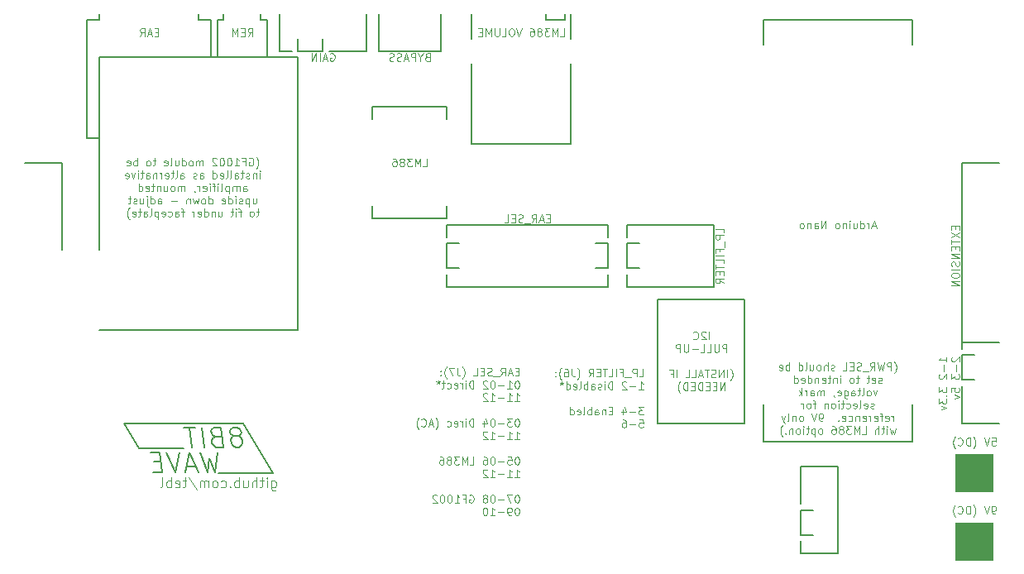
<source format=gbo>
G04 #@! TF.GenerationSoftware,KiCad,Pcbnew,(5.1.5)-3*
G04 #@! TF.CreationDate,2020-03-11T19:07:17+01:00*
G04 #@! TF.ProjectId,8bitWave Module,38626974-5761-4766-9520-4d6f64756c65,rev?*
G04 #@! TF.SameCoordinates,Original*
G04 #@! TF.FileFunction,Legend,Bot*
G04 #@! TF.FilePolarity,Positive*
%FSLAX46Y46*%
G04 Gerber Fmt 4.6, Leading zero omitted, Abs format (unit mm)*
G04 Created by KiCad (PCBNEW (5.1.5)-3) date 2020-03-11 19:07:17*
%MOMM*%
%LPD*%
G04 APERTURE LIST*
%ADD10C,0.100000*%
%ADD11C,0.150000*%
%ADD12C,0.200000*%
G04 APERTURE END LIST*
D10*
X159441428Y-114891666D02*
X159479523Y-114853571D01*
X159555714Y-114739285D01*
X159593809Y-114663095D01*
X159631904Y-114548809D01*
X159670000Y-114358333D01*
X159670000Y-114205952D01*
X159631904Y-114015476D01*
X159593809Y-113901190D01*
X159555714Y-113825000D01*
X159479523Y-113710714D01*
X159441428Y-113672619D01*
X159136666Y-114586904D02*
X159136666Y-113786904D01*
X158831904Y-113786904D01*
X158755714Y-113825000D01*
X158717619Y-113863095D01*
X158679523Y-113939285D01*
X158679523Y-114053571D01*
X158717619Y-114129761D01*
X158755714Y-114167857D01*
X158831904Y-114205952D01*
X159136666Y-114205952D01*
X158412857Y-113786904D02*
X158222380Y-114586904D01*
X158070000Y-114015476D01*
X157917619Y-114586904D01*
X157727142Y-113786904D01*
X156965238Y-114586904D02*
X157231904Y-114205952D01*
X157422380Y-114586904D02*
X157422380Y-113786904D01*
X157117619Y-113786904D01*
X157041428Y-113825000D01*
X157003333Y-113863095D01*
X156965238Y-113939285D01*
X156965238Y-114053571D01*
X157003333Y-114129761D01*
X157041428Y-114167857D01*
X157117619Y-114205952D01*
X157422380Y-114205952D01*
X156812857Y-114663095D02*
X156203333Y-114663095D01*
X156050952Y-114548809D02*
X155936666Y-114586904D01*
X155746190Y-114586904D01*
X155670000Y-114548809D01*
X155631904Y-114510714D01*
X155593809Y-114434523D01*
X155593809Y-114358333D01*
X155631904Y-114282142D01*
X155670000Y-114244047D01*
X155746190Y-114205952D01*
X155898571Y-114167857D01*
X155974761Y-114129761D01*
X156012857Y-114091666D01*
X156050952Y-114015476D01*
X156050952Y-113939285D01*
X156012857Y-113863095D01*
X155974761Y-113825000D01*
X155898571Y-113786904D01*
X155708095Y-113786904D01*
X155593809Y-113825000D01*
X155250952Y-114167857D02*
X154984285Y-114167857D01*
X154870000Y-114586904D02*
X155250952Y-114586904D01*
X155250952Y-113786904D01*
X154870000Y-113786904D01*
X154146190Y-114586904D02*
X154527142Y-114586904D01*
X154527142Y-113786904D01*
X153308095Y-114548809D02*
X153231904Y-114586904D01*
X153079523Y-114586904D01*
X153003333Y-114548809D01*
X152965238Y-114472619D01*
X152965238Y-114434523D01*
X153003333Y-114358333D01*
X153079523Y-114320238D01*
X153193809Y-114320238D01*
X153270000Y-114282142D01*
X153308095Y-114205952D01*
X153308095Y-114167857D01*
X153270000Y-114091666D01*
X153193809Y-114053571D01*
X153079523Y-114053571D01*
X153003333Y-114091666D01*
X152622380Y-114586904D02*
X152622380Y-113786904D01*
X152279523Y-114586904D02*
X152279523Y-114167857D01*
X152317619Y-114091666D01*
X152393809Y-114053571D01*
X152508095Y-114053571D01*
X152584285Y-114091666D01*
X152622380Y-114129761D01*
X151784285Y-114586904D02*
X151860476Y-114548809D01*
X151898571Y-114510714D01*
X151936666Y-114434523D01*
X151936666Y-114205952D01*
X151898571Y-114129761D01*
X151860476Y-114091666D01*
X151784285Y-114053571D01*
X151670000Y-114053571D01*
X151593809Y-114091666D01*
X151555714Y-114129761D01*
X151517619Y-114205952D01*
X151517619Y-114434523D01*
X151555714Y-114510714D01*
X151593809Y-114548809D01*
X151670000Y-114586904D01*
X151784285Y-114586904D01*
X150831904Y-114053571D02*
X150831904Y-114586904D01*
X151174761Y-114053571D02*
X151174761Y-114472619D01*
X151136666Y-114548809D01*
X151060476Y-114586904D01*
X150946190Y-114586904D01*
X150870000Y-114548809D01*
X150831904Y-114510714D01*
X150336666Y-114586904D02*
X150412857Y-114548809D01*
X150450952Y-114472619D01*
X150450952Y-113786904D01*
X149689047Y-114586904D02*
X149689047Y-113786904D01*
X149689047Y-114548809D02*
X149765238Y-114586904D01*
X149917619Y-114586904D01*
X149993809Y-114548809D01*
X150031904Y-114510714D01*
X150070000Y-114434523D01*
X150070000Y-114205952D01*
X150031904Y-114129761D01*
X149993809Y-114091666D01*
X149917619Y-114053571D01*
X149765238Y-114053571D01*
X149689047Y-114091666D01*
X148698571Y-114586904D02*
X148698571Y-113786904D01*
X148698571Y-114091666D02*
X148622380Y-114053571D01*
X148470000Y-114053571D01*
X148393809Y-114091666D01*
X148355714Y-114129761D01*
X148317619Y-114205952D01*
X148317619Y-114434523D01*
X148355714Y-114510714D01*
X148393809Y-114548809D01*
X148470000Y-114586904D01*
X148622380Y-114586904D01*
X148698571Y-114548809D01*
X147670000Y-114548809D02*
X147746190Y-114586904D01*
X147898571Y-114586904D01*
X147974761Y-114548809D01*
X148012857Y-114472619D01*
X148012857Y-114167857D01*
X147974761Y-114091666D01*
X147898571Y-114053571D01*
X147746190Y-114053571D01*
X147670000Y-114091666D01*
X147631904Y-114167857D01*
X147631904Y-114244047D01*
X148012857Y-114320238D01*
X158165238Y-115848809D02*
X158089047Y-115886904D01*
X157936666Y-115886904D01*
X157860476Y-115848809D01*
X157822380Y-115772619D01*
X157822380Y-115734523D01*
X157860476Y-115658333D01*
X157936666Y-115620238D01*
X158050952Y-115620238D01*
X158127142Y-115582142D01*
X158165238Y-115505952D01*
X158165238Y-115467857D01*
X158127142Y-115391666D01*
X158050952Y-115353571D01*
X157936666Y-115353571D01*
X157860476Y-115391666D01*
X157174761Y-115848809D02*
X157250952Y-115886904D01*
X157403333Y-115886904D01*
X157479523Y-115848809D01*
X157517619Y-115772619D01*
X157517619Y-115467857D01*
X157479523Y-115391666D01*
X157403333Y-115353571D01*
X157250952Y-115353571D01*
X157174761Y-115391666D01*
X157136666Y-115467857D01*
X157136666Y-115544047D01*
X157517619Y-115620238D01*
X156908095Y-115353571D02*
X156603333Y-115353571D01*
X156793809Y-115086904D02*
X156793809Y-115772619D01*
X156755714Y-115848809D01*
X156679523Y-115886904D01*
X156603333Y-115886904D01*
X155841428Y-115353571D02*
X155536666Y-115353571D01*
X155727142Y-115086904D02*
X155727142Y-115772619D01*
X155689047Y-115848809D01*
X155612857Y-115886904D01*
X155536666Y-115886904D01*
X155155714Y-115886904D02*
X155231904Y-115848809D01*
X155270000Y-115810714D01*
X155308095Y-115734523D01*
X155308095Y-115505952D01*
X155270000Y-115429761D01*
X155231904Y-115391666D01*
X155155714Y-115353571D01*
X155041428Y-115353571D01*
X154965238Y-115391666D01*
X154927142Y-115429761D01*
X154889047Y-115505952D01*
X154889047Y-115734523D01*
X154927142Y-115810714D01*
X154965238Y-115848809D01*
X155041428Y-115886904D01*
X155155714Y-115886904D01*
X153936666Y-115886904D02*
X153936666Y-115353571D01*
X153936666Y-115086904D02*
X153974761Y-115125000D01*
X153936666Y-115163095D01*
X153898571Y-115125000D01*
X153936666Y-115086904D01*
X153936666Y-115163095D01*
X153555714Y-115353571D02*
X153555714Y-115886904D01*
X153555714Y-115429761D02*
X153517619Y-115391666D01*
X153441428Y-115353571D01*
X153327142Y-115353571D01*
X153250952Y-115391666D01*
X153212857Y-115467857D01*
X153212857Y-115886904D01*
X152946190Y-115353571D02*
X152641428Y-115353571D01*
X152831904Y-115086904D02*
X152831904Y-115772619D01*
X152793809Y-115848809D01*
X152717619Y-115886904D01*
X152641428Y-115886904D01*
X152070000Y-115848809D02*
X152146190Y-115886904D01*
X152298571Y-115886904D01*
X152374761Y-115848809D01*
X152412857Y-115772619D01*
X152412857Y-115467857D01*
X152374761Y-115391666D01*
X152298571Y-115353571D01*
X152146190Y-115353571D01*
X152070000Y-115391666D01*
X152031904Y-115467857D01*
X152031904Y-115544047D01*
X152412857Y-115620238D01*
X151689047Y-115353571D02*
X151689047Y-115886904D01*
X151689047Y-115429761D02*
X151650952Y-115391666D01*
X151574761Y-115353571D01*
X151460476Y-115353571D01*
X151384285Y-115391666D01*
X151346190Y-115467857D01*
X151346190Y-115886904D01*
X150622380Y-115886904D02*
X150622380Y-115086904D01*
X150622380Y-115848809D02*
X150698571Y-115886904D01*
X150850952Y-115886904D01*
X150927142Y-115848809D01*
X150965238Y-115810714D01*
X151003333Y-115734523D01*
X151003333Y-115505952D01*
X150965238Y-115429761D01*
X150927142Y-115391666D01*
X150850952Y-115353571D01*
X150698571Y-115353571D01*
X150622380Y-115391666D01*
X149936666Y-115848809D02*
X150012857Y-115886904D01*
X150165238Y-115886904D01*
X150241428Y-115848809D01*
X150279523Y-115772619D01*
X150279523Y-115467857D01*
X150241428Y-115391666D01*
X150165238Y-115353571D01*
X150012857Y-115353571D01*
X149936666Y-115391666D01*
X149898571Y-115467857D01*
X149898571Y-115544047D01*
X150279523Y-115620238D01*
X149212857Y-115886904D02*
X149212857Y-115086904D01*
X149212857Y-115848809D02*
X149289047Y-115886904D01*
X149441428Y-115886904D01*
X149517619Y-115848809D01*
X149555714Y-115810714D01*
X149593809Y-115734523D01*
X149593809Y-115505952D01*
X149555714Y-115429761D01*
X149517619Y-115391666D01*
X149441428Y-115353571D01*
X149289047Y-115353571D01*
X149212857Y-115391666D01*
X157689047Y-116653571D02*
X157498571Y-117186904D01*
X157308095Y-116653571D01*
X156889047Y-117186904D02*
X156965238Y-117148809D01*
X157003333Y-117110714D01*
X157041428Y-117034523D01*
X157041428Y-116805952D01*
X157003333Y-116729761D01*
X156965238Y-116691666D01*
X156889047Y-116653571D01*
X156774761Y-116653571D01*
X156698571Y-116691666D01*
X156660476Y-116729761D01*
X156622380Y-116805952D01*
X156622380Y-117034523D01*
X156660476Y-117110714D01*
X156698571Y-117148809D01*
X156774761Y-117186904D01*
X156889047Y-117186904D01*
X156165238Y-117186904D02*
X156241428Y-117148809D01*
X156279523Y-117072619D01*
X156279523Y-116386904D01*
X155974761Y-116653571D02*
X155670000Y-116653571D01*
X155860476Y-116386904D02*
X155860476Y-117072619D01*
X155822380Y-117148809D01*
X155746190Y-117186904D01*
X155670000Y-117186904D01*
X155060476Y-117186904D02*
X155060476Y-116767857D01*
X155098571Y-116691666D01*
X155174761Y-116653571D01*
X155327142Y-116653571D01*
X155403333Y-116691666D01*
X155060476Y-117148809D02*
X155136666Y-117186904D01*
X155327142Y-117186904D01*
X155403333Y-117148809D01*
X155441428Y-117072619D01*
X155441428Y-116996428D01*
X155403333Y-116920238D01*
X155327142Y-116882142D01*
X155136666Y-116882142D01*
X155060476Y-116844047D01*
X154336666Y-116653571D02*
X154336666Y-117301190D01*
X154374761Y-117377380D01*
X154412857Y-117415476D01*
X154489047Y-117453571D01*
X154603333Y-117453571D01*
X154679523Y-117415476D01*
X154336666Y-117148809D02*
X154412857Y-117186904D01*
X154565238Y-117186904D01*
X154641428Y-117148809D01*
X154679523Y-117110714D01*
X154717619Y-117034523D01*
X154717619Y-116805952D01*
X154679523Y-116729761D01*
X154641428Y-116691666D01*
X154565238Y-116653571D01*
X154412857Y-116653571D01*
X154336666Y-116691666D01*
X153650952Y-117148809D02*
X153727142Y-117186904D01*
X153879523Y-117186904D01*
X153955714Y-117148809D01*
X153993809Y-117072619D01*
X153993809Y-116767857D01*
X153955714Y-116691666D01*
X153879523Y-116653571D01*
X153727142Y-116653571D01*
X153650952Y-116691666D01*
X153612857Y-116767857D01*
X153612857Y-116844047D01*
X153993809Y-116920238D01*
X153231904Y-117148809D02*
X153231904Y-117186904D01*
X153270000Y-117263095D01*
X153308095Y-117301190D01*
X152279523Y-117186904D02*
X152279523Y-116653571D01*
X152279523Y-116729761D02*
X152241428Y-116691666D01*
X152165238Y-116653571D01*
X152050952Y-116653571D01*
X151974761Y-116691666D01*
X151936666Y-116767857D01*
X151936666Y-117186904D01*
X151936666Y-116767857D02*
X151898571Y-116691666D01*
X151822380Y-116653571D01*
X151708095Y-116653571D01*
X151631904Y-116691666D01*
X151593809Y-116767857D01*
X151593809Y-117186904D01*
X150870000Y-117186904D02*
X150870000Y-116767857D01*
X150908095Y-116691666D01*
X150984285Y-116653571D01*
X151136666Y-116653571D01*
X151212857Y-116691666D01*
X150870000Y-117148809D02*
X150946190Y-117186904D01*
X151136666Y-117186904D01*
X151212857Y-117148809D01*
X151250952Y-117072619D01*
X151250952Y-116996428D01*
X151212857Y-116920238D01*
X151136666Y-116882142D01*
X150946190Y-116882142D01*
X150870000Y-116844047D01*
X150489047Y-117186904D02*
X150489047Y-116653571D01*
X150489047Y-116805952D02*
X150450952Y-116729761D01*
X150412857Y-116691666D01*
X150336666Y-116653571D01*
X150260476Y-116653571D01*
X149993809Y-117186904D02*
X149993809Y-116386904D01*
X149917619Y-116882142D02*
X149689047Y-117186904D01*
X149689047Y-116653571D02*
X149993809Y-116958333D01*
X157365238Y-118448809D02*
X157289047Y-118486904D01*
X157136666Y-118486904D01*
X157060476Y-118448809D01*
X157022380Y-118372619D01*
X157022380Y-118334523D01*
X157060476Y-118258333D01*
X157136666Y-118220238D01*
X157250952Y-118220238D01*
X157327142Y-118182142D01*
X157365238Y-118105952D01*
X157365238Y-118067857D01*
X157327142Y-117991666D01*
X157250952Y-117953571D01*
X157136666Y-117953571D01*
X157060476Y-117991666D01*
X156374761Y-118448809D02*
X156450952Y-118486904D01*
X156603333Y-118486904D01*
X156679523Y-118448809D01*
X156717619Y-118372619D01*
X156717619Y-118067857D01*
X156679523Y-117991666D01*
X156603333Y-117953571D01*
X156450952Y-117953571D01*
X156374761Y-117991666D01*
X156336666Y-118067857D01*
X156336666Y-118144047D01*
X156717619Y-118220238D01*
X155879523Y-118486904D02*
X155955714Y-118448809D01*
X155993809Y-118372619D01*
X155993809Y-117686904D01*
X155270000Y-118448809D02*
X155346190Y-118486904D01*
X155498571Y-118486904D01*
X155574761Y-118448809D01*
X155612857Y-118372619D01*
X155612857Y-118067857D01*
X155574761Y-117991666D01*
X155498571Y-117953571D01*
X155346190Y-117953571D01*
X155270000Y-117991666D01*
X155231904Y-118067857D01*
X155231904Y-118144047D01*
X155612857Y-118220238D01*
X154546190Y-118448809D02*
X154622380Y-118486904D01*
X154774761Y-118486904D01*
X154850952Y-118448809D01*
X154889047Y-118410714D01*
X154927142Y-118334523D01*
X154927142Y-118105952D01*
X154889047Y-118029761D01*
X154850952Y-117991666D01*
X154774761Y-117953571D01*
X154622380Y-117953571D01*
X154546190Y-117991666D01*
X154317619Y-117953571D02*
X154012857Y-117953571D01*
X154203333Y-117686904D02*
X154203333Y-118372619D01*
X154165238Y-118448809D01*
X154089047Y-118486904D01*
X154012857Y-118486904D01*
X153746190Y-118486904D02*
X153746190Y-117953571D01*
X153746190Y-117686904D02*
X153784285Y-117725000D01*
X153746190Y-117763095D01*
X153708095Y-117725000D01*
X153746190Y-117686904D01*
X153746190Y-117763095D01*
X153250952Y-118486904D02*
X153327142Y-118448809D01*
X153365238Y-118410714D01*
X153403333Y-118334523D01*
X153403333Y-118105952D01*
X153365238Y-118029761D01*
X153327142Y-117991666D01*
X153250952Y-117953571D01*
X153136666Y-117953571D01*
X153060476Y-117991666D01*
X153022380Y-118029761D01*
X152984285Y-118105952D01*
X152984285Y-118334523D01*
X153022380Y-118410714D01*
X153060476Y-118448809D01*
X153136666Y-118486904D01*
X153250952Y-118486904D01*
X152641428Y-117953571D02*
X152641428Y-118486904D01*
X152641428Y-118029761D02*
X152603333Y-117991666D01*
X152527142Y-117953571D01*
X152412857Y-117953571D01*
X152336666Y-117991666D01*
X152298571Y-118067857D01*
X152298571Y-118486904D01*
X151422380Y-117953571D02*
X151117619Y-117953571D01*
X151308095Y-118486904D02*
X151308095Y-117801190D01*
X151270000Y-117725000D01*
X151193809Y-117686904D01*
X151117619Y-117686904D01*
X150736666Y-118486904D02*
X150812857Y-118448809D01*
X150850952Y-118410714D01*
X150889047Y-118334523D01*
X150889047Y-118105952D01*
X150850952Y-118029761D01*
X150812857Y-117991666D01*
X150736666Y-117953571D01*
X150622380Y-117953571D01*
X150546190Y-117991666D01*
X150508095Y-118029761D01*
X150470000Y-118105952D01*
X150470000Y-118334523D01*
X150508095Y-118410714D01*
X150546190Y-118448809D01*
X150622380Y-118486904D01*
X150736666Y-118486904D01*
X150127142Y-118486904D02*
X150127142Y-117953571D01*
X150127142Y-118105952D02*
X150089047Y-118029761D01*
X150050952Y-117991666D01*
X149974761Y-117953571D01*
X149898571Y-117953571D01*
X159346190Y-119786904D02*
X159346190Y-119253571D01*
X159346190Y-119405952D02*
X159308095Y-119329761D01*
X159270000Y-119291666D01*
X159193809Y-119253571D01*
X159117619Y-119253571D01*
X158546190Y-119748809D02*
X158622380Y-119786904D01*
X158774761Y-119786904D01*
X158850952Y-119748809D01*
X158889047Y-119672619D01*
X158889047Y-119367857D01*
X158850952Y-119291666D01*
X158774761Y-119253571D01*
X158622380Y-119253571D01*
X158546190Y-119291666D01*
X158508095Y-119367857D01*
X158508095Y-119444047D01*
X158889047Y-119520238D01*
X158279523Y-119253571D02*
X157974761Y-119253571D01*
X158165238Y-119786904D02*
X158165238Y-119101190D01*
X158127142Y-119025000D01*
X158050952Y-118986904D01*
X157974761Y-118986904D01*
X157403333Y-119748809D02*
X157479523Y-119786904D01*
X157631904Y-119786904D01*
X157708095Y-119748809D01*
X157746190Y-119672619D01*
X157746190Y-119367857D01*
X157708095Y-119291666D01*
X157631904Y-119253571D01*
X157479523Y-119253571D01*
X157403333Y-119291666D01*
X157365238Y-119367857D01*
X157365238Y-119444047D01*
X157746190Y-119520238D01*
X157022380Y-119786904D02*
X157022380Y-119253571D01*
X157022380Y-119405952D02*
X156984285Y-119329761D01*
X156946190Y-119291666D01*
X156870000Y-119253571D01*
X156793809Y-119253571D01*
X156222380Y-119748809D02*
X156298571Y-119786904D01*
X156450952Y-119786904D01*
X156527142Y-119748809D01*
X156565238Y-119672619D01*
X156565238Y-119367857D01*
X156527142Y-119291666D01*
X156450952Y-119253571D01*
X156298571Y-119253571D01*
X156222380Y-119291666D01*
X156184285Y-119367857D01*
X156184285Y-119444047D01*
X156565238Y-119520238D01*
X155841428Y-119253571D02*
X155841428Y-119786904D01*
X155841428Y-119329761D02*
X155803333Y-119291666D01*
X155727142Y-119253571D01*
X155612857Y-119253571D01*
X155536666Y-119291666D01*
X155498571Y-119367857D01*
X155498571Y-119786904D01*
X154774761Y-119748809D02*
X154850952Y-119786904D01*
X155003333Y-119786904D01*
X155079523Y-119748809D01*
X155117619Y-119710714D01*
X155155714Y-119634523D01*
X155155714Y-119405952D01*
X155117619Y-119329761D01*
X155079523Y-119291666D01*
X155003333Y-119253571D01*
X154850952Y-119253571D01*
X154774761Y-119291666D01*
X154127142Y-119748809D02*
X154203333Y-119786904D01*
X154355714Y-119786904D01*
X154431904Y-119748809D01*
X154470000Y-119672619D01*
X154470000Y-119367857D01*
X154431904Y-119291666D01*
X154355714Y-119253571D01*
X154203333Y-119253571D01*
X154127142Y-119291666D01*
X154089047Y-119367857D01*
X154089047Y-119444047D01*
X154470000Y-119520238D01*
X153746190Y-119710714D02*
X153708095Y-119748809D01*
X153746190Y-119786904D01*
X153784285Y-119748809D01*
X153746190Y-119710714D01*
X153746190Y-119786904D01*
X152108095Y-119786904D02*
X151955714Y-119786904D01*
X151879523Y-119748809D01*
X151841428Y-119710714D01*
X151765238Y-119596428D01*
X151727142Y-119444047D01*
X151727142Y-119139285D01*
X151765238Y-119063095D01*
X151803333Y-119025000D01*
X151879523Y-118986904D01*
X152031904Y-118986904D01*
X152108095Y-119025000D01*
X152146190Y-119063095D01*
X152184285Y-119139285D01*
X152184285Y-119329761D01*
X152146190Y-119405952D01*
X152108095Y-119444047D01*
X152031904Y-119482142D01*
X151879523Y-119482142D01*
X151803333Y-119444047D01*
X151765238Y-119405952D01*
X151727142Y-119329761D01*
X151498571Y-118986904D02*
X151231904Y-119786904D01*
X150965238Y-118986904D01*
X149974761Y-119786904D02*
X150050952Y-119748809D01*
X150089047Y-119710714D01*
X150127142Y-119634523D01*
X150127142Y-119405952D01*
X150089047Y-119329761D01*
X150050952Y-119291666D01*
X149974761Y-119253571D01*
X149860476Y-119253571D01*
X149784285Y-119291666D01*
X149746190Y-119329761D01*
X149708095Y-119405952D01*
X149708095Y-119634523D01*
X149746190Y-119710714D01*
X149784285Y-119748809D01*
X149860476Y-119786904D01*
X149974761Y-119786904D01*
X149365238Y-119253571D02*
X149365238Y-119786904D01*
X149365238Y-119329761D02*
X149327142Y-119291666D01*
X149250952Y-119253571D01*
X149136666Y-119253571D01*
X149060476Y-119291666D01*
X149022380Y-119367857D01*
X149022380Y-119786904D01*
X148527142Y-119786904D02*
X148603333Y-119748809D01*
X148641428Y-119672619D01*
X148641428Y-118986904D01*
X148298571Y-119253571D02*
X148108095Y-119786904D01*
X147917619Y-119253571D02*
X148108095Y-119786904D01*
X148184285Y-119977380D01*
X148222380Y-120015476D01*
X148298571Y-120053571D01*
X159612857Y-120553571D02*
X159460476Y-121086904D01*
X159308095Y-120705952D01*
X159155714Y-121086904D01*
X159003333Y-120553571D01*
X158698571Y-121086904D02*
X158698571Y-120553571D01*
X158698571Y-120286904D02*
X158736666Y-120325000D01*
X158698571Y-120363095D01*
X158660476Y-120325000D01*
X158698571Y-120286904D01*
X158698571Y-120363095D01*
X158431904Y-120553571D02*
X158127142Y-120553571D01*
X158317619Y-120286904D02*
X158317619Y-120972619D01*
X158279523Y-121048809D01*
X158203333Y-121086904D01*
X158127142Y-121086904D01*
X157860476Y-121086904D02*
X157860476Y-120286904D01*
X157517619Y-121086904D02*
X157517619Y-120667857D01*
X157555714Y-120591666D01*
X157631904Y-120553571D01*
X157746190Y-120553571D01*
X157822380Y-120591666D01*
X157860476Y-120629761D01*
X156146190Y-121086904D02*
X156527142Y-121086904D01*
X156527142Y-120286904D01*
X155879523Y-121086904D02*
X155879523Y-120286904D01*
X155612857Y-120858333D01*
X155346190Y-120286904D01*
X155346190Y-121086904D01*
X155041428Y-120286904D02*
X154546190Y-120286904D01*
X154812857Y-120591666D01*
X154698571Y-120591666D01*
X154622380Y-120629761D01*
X154584285Y-120667857D01*
X154546190Y-120744047D01*
X154546190Y-120934523D01*
X154584285Y-121010714D01*
X154622380Y-121048809D01*
X154698571Y-121086904D01*
X154927142Y-121086904D01*
X155003333Y-121048809D01*
X155041428Y-121010714D01*
X154089047Y-120629761D02*
X154165238Y-120591666D01*
X154203333Y-120553571D01*
X154241428Y-120477380D01*
X154241428Y-120439285D01*
X154203333Y-120363095D01*
X154165238Y-120325000D01*
X154089047Y-120286904D01*
X153936666Y-120286904D01*
X153860476Y-120325000D01*
X153822380Y-120363095D01*
X153784285Y-120439285D01*
X153784285Y-120477380D01*
X153822380Y-120553571D01*
X153860476Y-120591666D01*
X153936666Y-120629761D01*
X154089047Y-120629761D01*
X154165238Y-120667857D01*
X154203333Y-120705952D01*
X154241428Y-120782142D01*
X154241428Y-120934523D01*
X154203333Y-121010714D01*
X154165238Y-121048809D01*
X154089047Y-121086904D01*
X153936666Y-121086904D01*
X153860476Y-121048809D01*
X153822380Y-121010714D01*
X153784285Y-120934523D01*
X153784285Y-120782142D01*
X153822380Y-120705952D01*
X153860476Y-120667857D01*
X153936666Y-120629761D01*
X153098571Y-120286904D02*
X153250952Y-120286904D01*
X153327142Y-120325000D01*
X153365238Y-120363095D01*
X153441428Y-120477380D01*
X153479523Y-120629761D01*
X153479523Y-120934523D01*
X153441428Y-121010714D01*
X153403333Y-121048809D01*
X153327142Y-121086904D01*
X153174761Y-121086904D01*
X153098571Y-121048809D01*
X153060476Y-121010714D01*
X153022380Y-120934523D01*
X153022380Y-120744047D01*
X153060476Y-120667857D01*
X153098571Y-120629761D01*
X153174761Y-120591666D01*
X153327142Y-120591666D01*
X153403333Y-120629761D01*
X153441428Y-120667857D01*
X153479523Y-120744047D01*
X151955714Y-121086904D02*
X152031904Y-121048809D01*
X152070000Y-121010714D01*
X152108095Y-120934523D01*
X152108095Y-120705952D01*
X152070000Y-120629761D01*
X152031904Y-120591666D01*
X151955714Y-120553571D01*
X151841428Y-120553571D01*
X151765238Y-120591666D01*
X151727142Y-120629761D01*
X151689047Y-120705952D01*
X151689047Y-120934523D01*
X151727142Y-121010714D01*
X151765238Y-121048809D01*
X151841428Y-121086904D01*
X151955714Y-121086904D01*
X151346190Y-120553571D02*
X151346190Y-121353571D01*
X151346190Y-120591666D02*
X151270000Y-120553571D01*
X151117619Y-120553571D01*
X151041428Y-120591666D01*
X151003333Y-120629761D01*
X150965238Y-120705952D01*
X150965238Y-120934523D01*
X151003333Y-121010714D01*
X151041428Y-121048809D01*
X151117619Y-121086904D01*
X151270000Y-121086904D01*
X151346190Y-121048809D01*
X150736666Y-120553571D02*
X150431904Y-120553571D01*
X150622380Y-120286904D02*
X150622380Y-120972619D01*
X150584285Y-121048809D01*
X150508095Y-121086904D01*
X150431904Y-121086904D01*
X150165238Y-121086904D02*
X150165238Y-120553571D01*
X150165238Y-120286904D02*
X150203333Y-120325000D01*
X150165238Y-120363095D01*
X150127142Y-120325000D01*
X150165238Y-120286904D01*
X150165238Y-120363095D01*
X149670000Y-121086904D02*
X149746190Y-121048809D01*
X149784285Y-121010714D01*
X149822380Y-120934523D01*
X149822380Y-120705952D01*
X149784285Y-120629761D01*
X149746190Y-120591666D01*
X149670000Y-120553571D01*
X149555714Y-120553571D01*
X149479523Y-120591666D01*
X149441428Y-120629761D01*
X149403333Y-120705952D01*
X149403333Y-120934523D01*
X149441428Y-121010714D01*
X149479523Y-121048809D01*
X149555714Y-121086904D01*
X149670000Y-121086904D01*
X149060476Y-120553571D02*
X149060476Y-121086904D01*
X149060476Y-120629761D02*
X149022380Y-120591666D01*
X148946190Y-120553571D01*
X148831904Y-120553571D01*
X148755714Y-120591666D01*
X148717619Y-120667857D01*
X148717619Y-121086904D01*
X148336666Y-121010714D02*
X148298571Y-121048809D01*
X148336666Y-121086904D01*
X148374761Y-121048809D01*
X148336666Y-121010714D01*
X148336666Y-121086904D01*
X148031904Y-121391666D02*
X147993809Y-121353571D01*
X147917619Y-121239285D01*
X147879523Y-121163095D01*
X147841428Y-121048809D01*
X147803333Y-120858333D01*
X147803333Y-120705952D01*
X147841428Y-120515476D01*
X147879523Y-120401190D01*
X147917619Y-120325000D01*
X147993809Y-120210714D01*
X148031904Y-120172619D01*
D11*
X149860000Y-124460000D02*
X149860000Y-128270000D01*
X153670000Y-124460000D02*
X149860000Y-124460000D01*
X153670000Y-133350000D02*
X153670000Y-124460000D01*
X149860000Y-133350000D02*
X153670000Y-133350000D01*
X149860000Y-132080000D02*
X149860000Y-133350000D01*
X149860000Y-131445000D02*
X151130000Y-131445000D01*
X149860000Y-128905000D02*
X149860000Y-131445000D01*
X151130000Y-128905000D02*
X149860000Y-128905000D01*
X125730000Y-78740000D02*
X125730000Y-78105000D01*
X123825000Y-78740000D02*
X125730000Y-78740000D01*
X123825000Y-78105000D02*
X123825000Y-78740000D01*
X126365000Y-91440000D02*
X116205000Y-91440000D01*
X126365000Y-83185000D02*
X126365000Y-91440000D01*
X126365000Y-78105000D02*
X126365000Y-80645000D01*
X116205000Y-80645000D02*
X116205000Y-78105000D01*
X116205000Y-91440000D02*
X116205000Y-83185000D01*
D10*
X125265952Y-80371904D02*
X125646904Y-80371904D01*
X125646904Y-79571904D01*
X124999285Y-80371904D02*
X124999285Y-79571904D01*
X124732619Y-80143333D01*
X124465952Y-79571904D01*
X124465952Y-80371904D01*
X124161190Y-79571904D02*
X123665952Y-79571904D01*
X123932619Y-79876666D01*
X123818333Y-79876666D01*
X123742142Y-79914761D01*
X123704047Y-79952857D01*
X123665952Y-80029047D01*
X123665952Y-80219523D01*
X123704047Y-80295714D01*
X123742142Y-80333809D01*
X123818333Y-80371904D01*
X124046904Y-80371904D01*
X124123095Y-80333809D01*
X124161190Y-80295714D01*
X123208809Y-79914761D02*
X123285000Y-79876666D01*
X123323095Y-79838571D01*
X123361190Y-79762380D01*
X123361190Y-79724285D01*
X123323095Y-79648095D01*
X123285000Y-79610000D01*
X123208809Y-79571904D01*
X123056428Y-79571904D01*
X122980238Y-79610000D01*
X122942142Y-79648095D01*
X122904047Y-79724285D01*
X122904047Y-79762380D01*
X122942142Y-79838571D01*
X122980238Y-79876666D01*
X123056428Y-79914761D01*
X123208809Y-79914761D01*
X123285000Y-79952857D01*
X123323095Y-79990952D01*
X123361190Y-80067142D01*
X123361190Y-80219523D01*
X123323095Y-80295714D01*
X123285000Y-80333809D01*
X123208809Y-80371904D01*
X123056428Y-80371904D01*
X122980238Y-80333809D01*
X122942142Y-80295714D01*
X122904047Y-80219523D01*
X122904047Y-80067142D01*
X122942142Y-79990952D01*
X122980238Y-79952857D01*
X123056428Y-79914761D01*
X122218333Y-79571904D02*
X122370714Y-79571904D01*
X122446904Y-79610000D01*
X122485000Y-79648095D01*
X122561190Y-79762380D01*
X122599285Y-79914761D01*
X122599285Y-80219523D01*
X122561190Y-80295714D01*
X122523095Y-80333809D01*
X122446904Y-80371904D01*
X122294523Y-80371904D01*
X122218333Y-80333809D01*
X122180238Y-80295714D01*
X122142142Y-80219523D01*
X122142142Y-80029047D01*
X122180238Y-79952857D01*
X122218333Y-79914761D01*
X122294523Y-79876666D01*
X122446904Y-79876666D01*
X122523095Y-79914761D01*
X122561190Y-79952857D01*
X122599285Y-80029047D01*
X121304047Y-79571904D02*
X121037380Y-80371904D01*
X120770714Y-79571904D01*
X120351666Y-79571904D02*
X120199285Y-79571904D01*
X120123095Y-79610000D01*
X120046904Y-79686190D01*
X120008809Y-79838571D01*
X120008809Y-80105238D01*
X120046904Y-80257619D01*
X120123095Y-80333809D01*
X120199285Y-80371904D01*
X120351666Y-80371904D01*
X120427857Y-80333809D01*
X120504047Y-80257619D01*
X120542142Y-80105238D01*
X120542142Y-79838571D01*
X120504047Y-79686190D01*
X120427857Y-79610000D01*
X120351666Y-79571904D01*
X119285000Y-80371904D02*
X119665952Y-80371904D01*
X119665952Y-79571904D01*
X119018333Y-79571904D02*
X119018333Y-80219523D01*
X118980238Y-80295714D01*
X118942142Y-80333809D01*
X118865952Y-80371904D01*
X118713571Y-80371904D01*
X118637380Y-80333809D01*
X118599285Y-80295714D01*
X118561190Y-80219523D01*
X118561190Y-79571904D01*
X118180238Y-80371904D02*
X118180238Y-79571904D01*
X117913571Y-80143333D01*
X117646904Y-79571904D01*
X117646904Y-80371904D01*
X117265952Y-79952857D02*
X116999285Y-79952857D01*
X116885000Y-80371904D02*
X117265952Y-80371904D01*
X117265952Y-79571904D01*
X116885000Y-79571904D01*
G36*
X169545000Y-127000000D02*
G01*
X165735000Y-127000000D01*
X165735000Y-123190000D01*
X169545000Y-123190000D01*
X169545000Y-127000000D01*
G37*
X169545000Y-127000000D02*
X165735000Y-127000000D01*
X165735000Y-123190000D01*
X169545000Y-123190000D01*
X169545000Y-127000000D01*
G36*
X169545000Y-133985000D02*
G01*
X165735000Y-133985000D01*
X165735000Y-130175000D01*
X169545000Y-130175000D01*
X169545000Y-133985000D01*
G37*
X169545000Y-133985000D02*
X165735000Y-133985000D01*
X165735000Y-130175000D01*
X169545000Y-130175000D01*
X169545000Y-133985000D01*
X169773333Y-129266904D02*
X169620952Y-129266904D01*
X169544761Y-129228809D01*
X169506666Y-129190714D01*
X169430476Y-129076428D01*
X169392380Y-128924047D01*
X169392380Y-128619285D01*
X169430476Y-128543095D01*
X169468571Y-128505000D01*
X169544761Y-128466904D01*
X169697142Y-128466904D01*
X169773333Y-128505000D01*
X169811428Y-128543095D01*
X169849523Y-128619285D01*
X169849523Y-128809761D01*
X169811428Y-128885952D01*
X169773333Y-128924047D01*
X169697142Y-128962142D01*
X169544761Y-128962142D01*
X169468571Y-128924047D01*
X169430476Y-128885952D01*
X169392380Y-128809761D01*
X169163809Y-128466904D02*
X168897142Y-129266904D01*
X168630476Y-128466904D01*
X167525714Y-129571666D02*
X167563809Y-129533571D01*
X167640000Y-129419285D01*
X167678095Y-129343095D01*
X167716190Y-129228809D01*
X167754285Y-129038333D01*
X167754285Y-128885952D01*
X167716190Y-128695476D01*
X167678095Y-128581190D01*
X167640000Y-128505000D01*
X167563809Y-128390714D01*
X167525714Y-128352619D01*
X167220952Y-129266904D02*
X167220952Y-128466904D01*
X167030476Y-128466904D01*
X166916190Y-128505000D01*
X166840000Y-128581190D01*
X166801904Y-128657380D01*
X166763809Y-128809761D01*
X166763809Y-128924047D01*
X166801904Y-129076428D01*
X166840000Y-129152619D01*
X166916190Y-129228809D01*
X167030476Y-129266904D01*
X167220952Y-129266904D01*
X165963809Y-129190714D02*
X166001904Y-129228809D01*
X166116190Y-129266904D01*
X166192380Y-129266904D01*
X166306666Y-129228809D01*
X166382857Y-129152619D01*
X166420952Y-129076428D01*
X166459047Y-128924047D01*
X166459047Y-128809761D01*
X166420952Y-128657380D01*
X166382857Y-128581190D01*
X166306666Y-128505000D01*
X166192380Y-128466904D01*
X166116190Y-128466904D01*
X166001904Y-128505000D01*
X165963809Y-128543095D01*
X165697142Y-129571666D02*
X165659047Y-129533571D01*
X165582857Y-129419285D01*
X165544761Y-129343095D01*
X165506666Y-129228809D01*
X165468571Y-129038333D01*
X165468571Y-128885952D01*
X165506666Y-128695476D01*
X165544761Y-128581190D01*
X165582857Y-128505000D01*
X165659047Y-128390714D01*
X165697142Y-128352619D01*
X169430476Y-121481904D02*
X169811428Y-121481904D01*
X169849523Y-121862857D01*
X169811428Y-121824761D01*
X169735238Y-121786666D01*
X169544761Y-121786666D01*
X169468571Y-121824761D01*
X169430476Y-121862857D01*
X169392380Y-121939047D01*
X169392380Y-122129523D01*
X169430476Y-122205714D01*
X169468571Y-122243809D01*
X169544761Y-122281904D01*
X169735238Y-122281904D01*
X169811428Y-122243809D01*
X169849523Y-122205714D01*
X169163809Y-121481904D02*
X168897142Y-122281904D01*
X168630476Y-121481904D01*
X167525714Y-122586666D02*
X167563809Y-122548571D01*
X167640000Y-122434285D01*
X167678095Y-122358095D01*
X167716190Y-122243809D01*
X167754285Y-122053333D01*
X167754285Y-121900952D01*
X167716190Y-121710476D01*
X167678095Y-121596190D01*
X167640000Y-121520000D01*
X167563809Y-121405714D01*
X167525714Y-121367619D01*
X167220952Y-122281904D02*
X167220952Y-121481904D01*
X167030476Y-121481904D01*
X166916190Y-121520000D01*
X166840000Y-121596190D01*
X166801904Y-121672380D01*
X166763809Y-121824761D01*
X166763809Y-121939047D01*
X166801904Y-122091428D01*
X166840000Y-122167619D01*
X166916190Y-122243809D01*
X167030476Y-122281904D01*
X167220952Y-122281904D01*
X165963809Y-122205714D02*
X166001904Y-122243809D01*
X166116190Y-122281904D01*
X166192380Y-122281904D01*
X166306666Y-122243809D01*
X166382857Y-122167619D01*
X166420952Y-122091428D01*
X166459047Y-121939047D01*
X166459047Y-121824761D01*
X166420952Y-121672380D01*
X166382857Y-121596190D01*
X166306666Y-121520000D01*
X166192380Y-121481904D01*
X166116190Y-121481904D01*
X166001904Y-121520000D01*
X165963809Y-121558095D01*
X165697142Y-122586666D02*
X165659047Y-122548571D01*
X165582857Y-122434285D01*
X165544761Y-122358095D01*
X165506666Y-122243809D01*
X165468571Y-122053333D01*
X165468571Y-121900952D01*
X165506666Y-121710476D01*
X165544761Y-121596190D01*
X165582857Y-121520000D01*
X165659047Y-121405714D01*
X165697142Y-121367619D01*
D11*
X74295000Y-93345000D02*
X70485000Y-93345000D01*
X74295000Y-102235000D02*
X74295000Y-93345000D01*
X76835000Y-90805000D02*
X78105000Y-90805000D01*
X76835000Y-78740000D02*
X76835000Y-90805000D01*
X78105000Y-78740000D02*
X76835000Y-78740000D01*
X78105000Y-78105000D02*
X78105000Y-78740000D01*
X88265000Y-78740000D02*
X88265000Y-78105000D01*
X89535000Y-78740000D02*
X88265000Y-78740000D01*
X89535000Y-82550000D02*
X89535000Y-78740000D01*
X95250000Y-78740000D02*
X95250000Y-82550000D01*
X94615000Y-78740000D02*
X95250000Y-78740000D01*
X94615000Y-78105000D02*
X94615000Y-78740000D01*
X90805000Y-78740000D02*
X90805000Y-78105000D01*
X90170000Y-78740000D02*
X90805000Y-78740000D01*
X90170000Y-82550000D02*
X90170000Y-78740000D01*
X113030000Y-81915000D02*
X113030000Y-78105000D01*
X106680000Y-81915000D02*
X113030000Y-81915000D01*
X106680000Y-78105000D02*
X106680000Y-81915000D01*
X105410000Y-81915000D02*
X105410000Y-78105000D01*
X101600000Y-81915000D02*
X105410000Y-81915000D01*
X100965000Y-81915000D02*
X100965000Y-80645000D01*
X98425000Y-81915000D02*
X100965000Y-81915000D01*
X98425000Y-80645000D02*
X98425000Y-81915000D01*
X96520000Y-81915000D02*
X97790000Y-81915000D01*
X96520000Y-78105000D02*
X96520000Y-81915000D01*
D10*
X93281428Y-80371904D02*
X93548095Y-79990952D01*
X93738571Y-80371904D02*
X93738571Y-79571904D01*
X93433809Y-79571904D01*
X93357619Y-79610000D01*
X93319523Y-79648095D01*
X93281428Y-79724285D01*
X93281428Y-79838571D01*
X93319523Y-79914761D01*
X93357619Y-79952857D01*
X93433809Y-79990952D01*
X93738571Y-79990952D01*
X92938571Y-79952857D02*
X92671904Y-79952857D01*
X92557619Y-80371904D02*
X92938571Y-80371904D01*
X92938571Y-79571904D01*
X92557619Y-79571904D01*
X92214761Y-80371904D02*
X92214761Y-79571904D01*
X91948095Y-80143333D01*
X91681428Y-79571904D01*
X91681428Y-80371904D01*
X84099285Y-79952857D02*
X83832619Y-79952857D01*
X83718333Y-80371904D02*
X84099285Y-80371904D01*
X84099285Y-79571904D01*
X83718333Y-79571904D01*
X83413571Y-80143333D02*
X83032619Y-80143333D01*
X83489761Y-80371904D02*
X83223095Y-79571904D01*
X82956428Y-80371904D01*
X82232619Y-80371904D02*
X82499285Y-79990952D01*
X82689761Y-80371904D02*
X82689761Y-79571904D01*
X82385000Y-79571904D01*
X82308809Y-79610000D01*
X82270714Y-79648095D01*
X82232619Y-79724285D01*
X82232619Y-79838571D01*
X82270714Y-79914761D01*
X82308809Y-79952857D01*
X82385000Y-79990952D01*
X82689761Y-79990952D01*
X94125238Y-93951666D02*
X94163333Y-93913571D01*
X94239523Y-93799285D01*
X94277619Y-93723095D01*
X94315714Y-93608809D01*
X94353809Y-93418333D01*
X94353809Y-93265952D01*
X94315714Y-93075476D01*
X94277619Y-92961190D01*
X94239523Y-92885000D01*
X94163333Y-92770714D01*
X94125238Y-92732619D01*
X93401428Y-92885000D02*
X93477619Y-92846904D01*
X93591904Y-92846904D01*
X93706190Y-92885000D01*
X93782380Y-92961190D01*
X93820476Y-93037380D01*
X93858571Y-93189761D01*
X93858571Y-93304047D01*
X93820476Y-93456428D01*
X93782380Y-93532619D01*
X93706190Y-93608809D01*
X93591904Y-93646904D01*
X93515714Y-93646904D01*
X93401428Y-93608809D01*
X93363333Y-93570714D01*
X93363333Y-93304047D01*
X93515714Y-93304047D01*
X92753809Y-93227857D02*
X93020476Y-93227857D01*
X93020476Y-93646904D02*
X93020476Y-92846904D01*
X92639523Y-92846904D01*
X91915714Y-93646904D02*
X92372857Y-93646904D01*
X92144285Y-93646904D02*
X92144285Y-92846904D01*
X92220476Y-92961190D01*
X92296666Y-93037380D01*
X92372857Y-93075476D01*
X91420476Y-92846904D02*
X91344285Y-92846904D01*
X91268095Y-92885000D01*
X91230000Y-92923095D01*
X91191904Y-92999285D01*
X91153809Y-93151666D01*
X91153809Y-93342142D01*
X91191904Y-93494523D01*
X91230000Y-93570714D01*
X91268095Y-93608809D01*
X91344285Y-93646904D01*
X91420476Y-93646904D01*
X91496666Y-93608809D01*
X91534761Y-93570714D01*
X91572857Y-93494523D01*
X91610952Y-93342142D01*
X91610952Y-93151666D01*
X91572857Y-92999285D01*
X91534761Y-92923095D01*
X91496666Y-92885000D01*
X91420476Y-92846904D01*
X90658571Y-92846904D02*
X90582380Y-92846904D01*
X90506190Y-92885000D01*
X90468095Y-92923095D01*
X90430000Y-92999285D01*
X90391904Y-93151666D01*
X90391904Y-93342142D01*
X90430000Y-93494523D01*
X90468095Y-93570714D01*
X90506190Y-93608809D01*
X90582380Y-93646904D01*
X90658571Y-93646904D01*
X90734761Y-93608809D01*
X90772857Y-93570714D01*
X90810952Y-93494523D01*
X90849047Y-93342142D01*
X90849047Y-93151666D01*
X90810952Y-92999285D01*
X90772857Y-92923095D01*
X90734761Y-92885000D01*
X90658571Y-92846904D01*
X90087142Y-92923095D02*
X90049047Y-92885000D01*
X89972857Y-92846904D01*
X89782380Y-92846904D01*
X89706190Y-92885000D01*
X89668095Y-92923095D01*
X89630000Y-92999285D01*
X89630000Y-93075476D01*
X89668095Y-93189761D01*
X90125238Y-93646904D01*
X89630000Y-93646904D01*
X88677619Y-93646904D02*
X88677619Y-93113571D01*
X88677619Y-93189761D02*
X88639523Y-93151666D01*
X88563333Y-93113571D01*
X88449047Y-93113571D01*
X88372857Y-93151666D01*
X88334761Y-93227857D01*
X88334761Y-93646904D01*
X88334761Y-93227857D02*
X88296666Y-93151666D01*
X88220476Y-93113571D01*
X88106190Y-93113571D01*
X88030000Y-93151666D01*
X87991904Y-93227857D01*
X87991904Y-93646904D01*
X87496666Y-93646904D02*
X87572857Y-93608809D01*
X87610952Y-93570714D01*
X87649047Y-93494523D01*
X87649047Y-93265952D01*
X87610952Y-93189761D01*
X87572857Y-93151666D01*
X87496666Y-93113571D01*
X87382380Y-93113571D01*
X87306190Y-93151666D01*
X87268095Y-93189761D01*
X87230000Y-93265952D01*
X87230000Y-93494523D01*
X87268095Y-93570714D01*
X87306190Y-93608809D01*
X87382380Y-93646904D01*
X87496666Y-93646904D01*
X86544285Y-93646904D02*
X86544285Y-92846904D01*
X86544285Y-93608809D02*
X86620476Y-93646904D01*
X86772857Y-93646904D01*
X86849047Y-93608809D01*
X86887142Y-93570714D01*
X86925238Y-93494523D01*
X86925238Y-93265952D01*
X86887142Y-93189761D01*
X86849047Y-93151666D01*
X86772857Y-93113571D01*
X86620476Y-93113571D01*
X86544285Y-93151666D01*
X85820476Y-93113571D02*
X85820476Y-93646904D01*
X86163333Y-93113571D02*
X86163333Y-93532619D01*
X86125238Y-93608809D01*
X86049047Y-93646904D01*
X85934761Y-93646904D01*
X85858571Y-93608809D01*
X85820476Y-93570714D01*
X85325238Y-93646904D02*
X85401428Y-93608809D01*
X85439523Y-93532619D01*
X85439523Y-92846904D01*
X84715714Y-93608809D02*
X84791904Y-93646904D01*
X84944285Y-93646904D01*
X85020476Y-93608809D01*
X85058571Y-93532619D01*
X85058571Y-93227857D01*
X85020476Y-93151666D01*
X84944285Y-93113571D01*
X84791904Y-93113571D01*
X84715714Y-93151666D01*
X84677619Y-93227857D01*
X84677619Y-93304047D01*
X85058571Y-93380238D01*
X83839523Y-93113571D02*
X83534761Y-93113571D01*
X83725238Y-92846904D02*
X83725238Y-93532619D01*
X83687142Y-93608809D01*
X83610952Y-93646904D01*
X83534761Y-93646904D01*
X83153809Y-93646904D02*
X83230000Y-93608809D01*
X83268095Y-93570714D01*
X83306190Y-93494523D01*
X83306190Y-93265952D01*
X83268095Y-93189761D01*
X83230000Y-93151666D01*
X83153809Y-93113571D01*
X83039523Y-93113571D01*
X82963333Y-93151666D01*
X82925238Y-93189761D01*
X82887142Y-93265952D01*
X82887142Y-93494523D01*
X82925238Y-93570714D01*
X82963333Y-93608809D01*
X83039523Y-93646904D01*
X83153809Y-93646904D01*
X81934761Y-93646904D02*
X81934761Y-92846904D01*
X81934761Y-93151666D02*
X81858571Y-93113571D01*
X81706190Y-93113571D01*
X81630000Y-93151666D01*
X81591904Y-93189761D01*
X81553809Y-93265952D01*
X81553809Y-93494523D01*
X81591904Y-93570714D01*
X81630000Y-93608809D01*
X81706190Y-93646904D01*
X81858571Y-93646904D01*
X81934761Y-93608809D01*
X80906190Y-93608809D02*
X80982380Y-93646904D01*
X81134761Y-93646904D01*
X81210952Y-93608809D01*
X81249047Y-93532619D01*
X81249047Y-93227857D01*
X81210952Y-93151666D01*
X81134761Y-93113571D01*
X80982380Y-93113571D01*
X80906190Y-93151666D01*
X80868095Y-93227857D01*
X80868095Y-93304047D01*
X81249047Y-93380238D01*
X94506190Y-94946904D02*
X94506190Y-94413571D01*
X94506190Y-94146904D02*
X94544285Y-94185000D01*
X94506190Y-94223095D01*
X94468095Y-94185000D01*
X94506190Y-94146904D01*
X94506190Y-94223095D01*
X94125238Y-94413571D02*
X94125238Y-94946904D01*
X94125238Y-94489761D02*
X94087142Y-94451666D01*
X94010952Y-94413571D01*
X93896666Y-94413571D01*
X93820476Y-94451666D01*
X93782380Y-94527857D01*
X93782380Y-94946904D01*
X93439523Y-94908809D02*
X93363333Y-94946904D01*
X93210952Y-94946904D01*
X93134761Y-94908809D01*
X93096666Y-94832619D01*
X93096666Y-94794523D01*
X93134761Y-94718333D01*
X93210952Y-94680238D01*
X93325238Y-94680238D01*
X93401428Y-94642142D01*
X93439523Y-94565952D01*
X93439523Y-94527857D01*
X93401428Y-94451666D01*
X93325238Y-94413571D01*
X93210952Y-94413571D01*
X93134761Y-94451666D01*
X92868095Y-94413571D02*
X92563333Y-94413571D01*
X92753809Y-94146904D02*
X92753809Y-94832619D01*
X92715714Y-94908809D01*
X92639523Y-94946904D01*
X92563333Y-94946904D01*
X91953809Y-94946904D02*
X91953809Y-94527857D01*
X91991904Y-94451666D01*
X92068095Y-94413571D01*
X92220476Y-94413571D01*
X92296666Y-94451666D01*
X91953809Y-94908809D02*
X92030000Y-94946904D01*
X92220476Y-94946904D01*
X92296666Y-94908809D01*
X92334761Y-94832619D01*
X92334761Y-94756428D01*
X92296666Y-94680238D01*
X92220476Y-94642142D01*
X92030000Y-94642142D01*
X91953809Y-94604047D01*
X91458571Y-94946904D02*
X91534761Y-94908809D01*
X91572857Y-94832619D01*
X91572857Y-94146904D01*
X91039523Y-94946904D02*
X91115714Y-94908809D01*
X91153809Y-94832619D01*
X91153809Y-94146904D01*
X90430000Y-94908809D02*
X90506190Y-94946904D01*
X90658571Y-94946904D01*
X90734761Y-94908809D01*
X90772857Y-94832619D01*
X90772857Y-94527857D01*
X90734761Y-94451666D01*
X90658571Y-94413571D01*
X90506190Y-94413571D01*
X90430000Y-94451666D01*
X90391904Y-94527857D01*
X90391904Y-94604047D01*
X90772857Y-94680238D01*
X89706190Y-94946904D02*
X89706190Y-94146904D01*
X89706190Y-94908809D02*
X89782380Y-94946904D01*
X89934761Y-94946904D01*
X90010952Y-94908809D01*
X90049047Y-94870714D01*
X90087142Y-94794523D01*
X90087142Y-94565952D01*
X90049047Y-94489761D01*
X90010952Y-94451666D01*
X89934761Y-94413571D01*
X89782380Y-94413571D01*
X89706190Y-94451666D01*
X88372857Y-94946904D02*
X88372857Y-94527857D01*
X88410952Y-94451666D01*
X88487142Y-94413571D01*
X88639523Y-94413571D01*
X88715714Y-94451666D01*
X88372857Y-94908809D02*
X88449047Y-94946904D01*
X88639523Y-94946904D01*
X88715714Y-94908809D01*
X88753809Y-94832619D01*
X88753809Y-94756428D01*
X88715714Y-94680238D01*
X88639523Y-94642142D01*
X88449047Y-94642142D01*
X88372857Y-94604047D01*
X88030000Y-94908809D02*
X87953809Y-94946904D01*
X87801428Y-94946904D01*
X87725238Y-94908809D01*
X87687142Y-94832619D01*
X87687142Y-94794523D01*
X87725238Y-94718333D01*
X87801428Y-94680238D01*
X87915714Y-94680238D01*
X87991904Y-94642142D01*
X88030000Y-94565952D01*
X88030000Y-94527857D01*
X87991904Y-94451666D01*
X87915714Y-94413571D01*
X87801428Y-94413571D01*
X87725238Y-94451666D01*
X86391904Y-94946904D02*
X86391904Y-94527857D01*
X86430000Y-94451666D01*
X86506190Y-94413571D01*
X86658571Y-94413571D01*
X86734761Y-94451666D01*
X86391904Y-94908809D02*
X86468095Y-94946904D01*
X86658571Y-94946904D01*
X86734761Y-94908809D01*
X86772857Y-94832619D01*
X86772857Y-94756428D01*
X86734761Y-94680238D01*
X86658571Y-94642142D01*
X86468095Y-94642142D01*
X86391904Y-94604047D01*
X85896666Y-94946904D02*
X85972857Y-94908809D01*
X86010952Y-94832619D01*
X86010952Y-94146904D01*
X85706190Y-94413571D02*
X85401428Y-94413571D01*
X85591904Y-94146904D02*
X85591904Y-94832619D01*
X85553809Y-94908809D01*
X85477619Y-94946904D01*
X85401428Y-94946904D01*
X84830000Y-94908809D02*
X84906190Y-94946904D01*
X85058571Y-94946904D01*
X85134761Y-94908809D01*
X85172857Y-94832619D01*
X85172857Y-94527857D01*
X85134761Y-94451666D01*
X85058571Y-94413571D01*
X84906190Y-94413571D01*
X84830000Y-94451666D01*
X84791904Y-94527857D01*
X84791904Y-94604047D01*
X85172857Y-94680238D01*
X84449047Y-94946904D02*
X84449047Y-94413571D01*
X84449047Y-94565952D02*
X84410952Y-94489761D01*
X84372857Y-94451666D01*
X84296666Y-94413571D01*
X84220476Y-94413571D01*
X83953809Y-94413571D02*
X83953809Y-94946904D01*
X83953809Y-94489761D02*
X83915714Y-94451666D01*
X83839523Y-94413571D01*
X83725238Y-94413571D01*
X83649047Y-94451666D01*
X83610952Y-94527857D01*
X83610952Y-94946904D01*
X82887142Y-94946904D02*
X82887142Y-94527857D01*
X82925238Y-94451666D01*
X83001428Y-94413571D01*
X83153809Y-94413571D01*
X83230000Y-94451666D01*
X82887142Y-94908809D02*
X82963333Y-94946904D01*
X83153809Y-94946904D01*
X83230000Y-94908809D01*
X83268095Y-94832619D01*
X83268095Y-94756428D01*
X83230000Y-94680238D01*
X83153809Y-94642142D01*
X82963333Y-94642142D01*
X82887142Y-94604047D01*
X82620476Y-94413571D02*
X82315714Y-94413571D01*
X82506190Y-94146904D02*
X82506190Y-94832619D01*
X82468095Y-94908809D01*
X82391904Y-94946904D01*
X82315714Y-94946904D01*
X82049047Y-94946904D02*
X82049047Y-94413571D01*
X82049047Y-94146904D02*
X82087142Y-94185000D01*
X82049047Y-94223095D01*
X82010952Y-94185000D01*
X82049047Y-94146904D01*
X82049047Y-94223095D01*
X81744285Y-94413571D02*
X81553809Y-94946904D01*
X81363333Y-94413571D01*
X80753809Y-94908809D02*
X80830000Y-94946904D01*
X80982380Y-94946904D01*
X81058571Y-94908809D01*
X81096666Y-94832619D01*
X81096666Y-94527857D01*
X81058571Y-94451666D01*
X80982380Y-94413571D01*
X80830000Y-94413571D01*
X80753809Y-94451666D01*
X80715714Y-94527857D01*
X80715714Y-94604047D01*
X81096666Y-94680238D01*
X92810952Y-96246904D02*
X92810952Y-95827857D01*
X92849047Y-95751666D01*
X92925238Y-95713571D01*
X93077619Y-95713571D01*
X93153809Y-95751666D01*
X92810952Y-96208809D02*
X92887142Y-96246904D01*
X93077619Y-96246904D01*
X93153809Y-96208809D01*
X93191904Y-96132619D01*
X93191904Y-96056428D01*
X93153809Y-95980238D01*
X93077619Y-95942142D01*
X92887142Y-95942142D01*
X92810952Y-95904047D01*
X92430000Y-96246904D02*
X92430000Y-95713571D01*
X92430000Y-95789761D02*
X92391904Y-95751666D01*
X92315714Y-95713571D01*
X92201428Y-95713571D01*
X92125238Y-95751666D01*
X92087142Y-95827857D01*
X92087142Y-96246904D01*
X92087142Y-95827857D02*
X92049047Y-95751666D01*
X91972857Y-95713571D01*
X91858571Y-95713571D01*
X91782380Y-95751666D01*
X91744285Y-95827857D01*
X91744285Y-96246904D01*
X91363333Y-95713571D02*
X91363333Y-96513571D01*
X91363333Y-95751666D02*
X91287142Y-95713571D01*
X91134761Y-95713571D01*
X91058571Y-95751666D01*
X91020476Y-95789761D01*
X90982380Y-95865952D01*
X90982380Y-96094523D01*
X91020476Y-96170714D01*
X91058571Y-96208809D01*
X91134761Y-96246904D01*
X91287142Y-96246904D01*
X91363333Y-96208809D01*
X90525238Y-96246904D02*
X90601428Y-96208809D01*
X90639523Y-96132619D01*
X90639523Y-95446904D01*
X90220476Y-96246904D02*
X90220476Y-95713571D01*
X90220476Y-95446904D02*
X90258571Y-95485000D01*
X90220476Y-95523095D01*
X90182380Y-95485000D01*
X90220476Y-95446904D01*
X90220476Y-95523095D01*
X89953809Y-95713571D02*
X89649047Y-95713571D01*
X89839523Y-96246904D02*
X89839523Y-95561190D01*
X89801428Y-95485000D01*
X89725238Y-95446904D01*
X89649047Y-95446904D01*
X89382380Y-96246904D02*
X89382380Y-95713571D01*
X89382380Y-95446904D02*
X89420476Y-95485000D01*
X89382380Y-95523095D01*
X89344285Y-95485000D01*
X89382380Y-95446904D01*
X89382380Y-95523095D01*
X88696666Y-96208809D02*
X88772857Y-96246904D01*
X88925238Y-96246904D01*
X89001428Y-96208809D01*
X89039523Y-96132619D01*
X89039523Y-95827857D01*
X89001428Y-95751666D01*
X88925238Y-95713571D01*
X88772857Y-95713571D01*
X88696666Y-95751666D01*
X88658571Y-95827857D01*
X88658571Y-95904047D01*
X89039523Y-95980238D01*
X88315714Y-96246904D02*
X88315714Y-95713571D01*
X88315714Y-95865952D02*
X88277619Y-95789761D01*
X88239523Y-95751666D01*
X88163333Y-95713571D01*
X88087142Y-95713571D01*
X87782380Y-96208809D02*
X87782380Y-96246904D01*
X87820476Y-96323095D01*
X87858571Y-96361190D01*
X86830000Y-96246904D02*
X86830000Y-95713571D01*
X86830000Y-95789761D02*
X86791904Y-95751666D01*
X86715714Y-95713571D01*
X86601428Y-95713571D01*
X86525238Y-95751666D01*
X86487142Y-95827857D01*
X86487142Y-96246904D01*
X86487142Y-95827857D02*
X86449047Y-95751666D01*
X86372857Y-95713571D01*
X86258571Y-95713571D01*
X86182380Y-95751666D01*
X86144285Y-95827857D01*
X86144285Y-96246904D01*
X85649047Y-96246904D02*
X85725238Y-96208809D01*
X85763333Y-96170714D01*
X85801428Y-96094523D01*
X85801428Y-95865952D01*
X85763333Y-95789761D01*
X85725238Y-95751666D01*
X85649047Y-95713571D01*
X85534761Y-95713571D01*
X85458571Y-95751666D01*
X85420476Y-95789761D01*
X85382380Y-95865952D01*
X85382380Y-96094523D01*
X85420476Y-96170714D01*
X85458571Y-96208809D01*
X85534761Y-96246904D01*
X85649047Y-96246904D01*
X84696666Y-95713571D02*
X84696666Y-96246904D01*
X85039523Y-95713571D02*
X85039523Y-96132619D01*
X85001428Y-96208809D01*
X84925238Y-96246904D01*
X84810952Y-96246904D01*
X84734761Y-96208809D01*
X84696666Y-96170714D01*
X84315714Y-95713571D02*
X84315714Y-96246904D01*
X84315714Y-95789761D02*
X84277619Y-95751666D01*
X84201428Y-95713571D01*
X84087142Y-95713571D01*
X84010952Y-95751666D01*
X83972857Y-95827857D01*
X83972857Y-96246904D01*
X83706190Y-95713571D02*
X83401428Y-95713571D01*
X83591904Y-95446904D02*
X83591904Y-96132619D01*
X83553809Y-96208809D01*
X83477619Y-96246904D01*
X83401428Y-96246904D01*
X82830000Y-96208809D02*
X82906190Y-96246904D01*
X83058571Y-96246904D01*
X83134761Y-96208809D01*
X83172857Y-96132619D01*
X83172857Y-95827857D01*
X83134761Y-95751666D01*
X83058571Y-95713571D01*
X82906190Y-95713571D01*
X82830000Y-95751666D01*
X82791904Y-95827857D01*
X82791904Y-95904047D01*
X83172857Y-95980238D01*
X82106190Y-96246904D02*
X82106190Y-95446904D01*
X82106190Y-96208809D02*
X82182380Y-96246904D01*
X82334761Y-96246904D01*
X82410952Y-96208809D01*
X82449047Y-96170714D01*
X82487142Y-96094523D01*
X82487142Y-95865952D01*
X82449047Y-95789761D01*
X82410952Y-95751666D01*
X82334761Y-95713571D01*
X82182380Y-95713571D01*
X82106190Y-95751666D01*
X93782380Y-97013571D02*
X93782380Y-97546904D01*
X94125238Y-97013571D02*
X94125238Y-97432619D01*
X94087142Y-97508809D01*
X94010952Y-97546904D01*
X93896666Y-97546904D01*
X93820476Y-97508809D01*
X93782380Y-97470714D01*
X93401428Y-97013571D02*
X93401428Y-97813571D01*
X93401428Y-97051666D02*
X93325238Y-97013571D01*
X93172857Y-97013571D01*
X93096666Y-97051666D01*
X93058571Y-97089761D01*
X93020476Y-97165952D01*
X93020476Y-97394523D01*
X93058571Y-97470714D01*
X93096666Y-97508809D01*
X93172857Y-97546904D01*
X93325238Y-97546904D01*
X93401428Y-97508809D01*
X92715714Y-97508809D02*
X92639523Y-97546904D01*
X92487142Y-97546904D01*
X92410952Y-97508809D01*
X92372857Y-97432619D01*
X92372857Y-97394523D01*
X92410952Y-97318333D01*
X92487142Y-97280238D01*
X92601428Y-97280238D01*
X92677619Y-97242142D01*
X92715714Y-97165952D01*
X92715714Y-97127857D01*
X92677619Y-97051666D01*
X92601428Y-97013571D01*
X92487142Y-97013571D01*
X92410952Y-97051666D01*
X92030000Y-97546904D02*
X92030000Y-97013571D01*
X92030000Y-96746904D02*
X92068095Y-96785000D01*
X92030000Y-96823095D01*
X91991904Y-96785000D01*
X92030000Y-96746904D01*
X92030000Y-96823095D01*
X91306190Y-97546904D02*
X91306190Y-96746904D01*
X91306190Y-97508809D02*
X91382380Y-97546904D01*
X91534761Y-97546904D01*
X91610952Y-97508809D01*
X91649047Y-97470714D01*
X91687142Y-97394523D01*
X91687142Y-97165952D01*
X91649047Y-97089761D01*
X91610952Y-97051666D01*
X91534761Y-97013571D01*
X91382380Y-97013571D01*
X91306190Y-97051666D01*
X90620476Y-97508809D02*
X90696666Y-97546904D01*
X90849047Y-97546904D01*
X90925238Y-97508809D01*
X90963333Y-97432619D01*
X90963333Y-97127857D01*
X90925238Y-97051666D01*
X90849047Y-97013571D01*
X90696666Y-97013571D01*
X90620476Y-97051666D01*
X90582380Y-97127857D01*
X90582380Y-97204047D01*
X90963333Y-97280238D01*
X89287142Y-97546904D02*
X89287142Y-96746904D01*
X89287142Y-97508809D02*
X89363333Y-97546904D01*
X89515714Y-97546904D01*
X89591904Y-97508809D01*
X89630000Y-97470714D01*
X89668095Y-97394523D01*
X89668095Y-97165952D01*
X89630000Y-97089761D01*
X89591904Y-97051666D01*
X89515714Y-97013571D01*
X89363333Y-97013571D01*
X89287142Y-97051666D01*
X88791904Y-97546904D02*
X88868095Y-97508809D01*
X88906190Y-97470714D01*
X88944285Y-97394523D01*
X88944285Y-97165952D01*
X88906190Y-97089761D01*
X88868095Y-97051666D01*
X88791904Y-97013571D01*
X88677619Y-97013571D01*
X88601428Y-97051666D01*
X88563333Y-97089761D01*
X88525238Y-97165952D01*
X88525238Y-97394523D01*
X88563333Y-97470714D01*
X88601428Y-97508809D01*
X88677619Y-97546904D01*
X88791904Y-97546904D01*
X88258571Y-97013571D02*
X88106190Y-97546904D01*
X87953809Y-97165952D01*
X87801428Y-97546904D01*
X87649047Y-97013571D01*
X87344285Y-97013571D02*
X87344285Y-97546904D01*
X87344285Y-97089761D02*
X87306190Y-97051666D01*
X87230000Y-97013571D01*
X87115714Y-97013571D01*
X87039523Y-97051666D01*
X87001428Y-97127857D01*
X87001428Y-97546904D01*
X86010952Y-97242142D02*
X85401428Y-97242142D01*
X84068095Y-97546904D02*
X84068095Y-97127857D01*
X84106190Y-97051666D01*
X84182380Y-97013571D01*
X84334761Y-97013571D01*
X84410952Y-97051666D01*
X84068095Y-97508809D02*
X84144285Y-97546904D01*
X84334761Y-97546904D01*
X84410952Y-97508809D01*
X84449047Y-97432619D01*
X84449047Y-97356428D01*
X84410952Y-97280238D01*
X84334761Y-97242142D01*
X84144285Y-97242142D01*
X84068095Y-97204047D01*
X83344285Y-97546904D02*
X83344285Y-96746904D01*
X83344285Y-97508809D02*
X83420476Y-97546904D01*
X83572857Y-97546904D01*
X83649047Y-97508809D01*
X83687142Y-97470714D01*
X83725238Y-97394523D01*
X83725238Y-97165952D01*
X83687142Y-97089761D01*
X83649047Y-97051666D01*
X83572857Y-97013571D01*
X83420476Y-97013571D01*
X83344285Y-97051666D01*
X82963333Y-97013571D02*
X82963333Y-97699285D01*
X83001428Y-97775476D01*
X83077619Y-97813571D01*
X83115714Y-97813571D01*
X82963333Y-96746904D02*
X83001428Y-96785000D01*
X82963333Y-96823095D01*
X82925238Y-96785000D01*
X82963333Y-96746904D01*
X82963333Y-96823095D01*
X82239523Y-97013571D02*
X82239523Y-97546904D01*
X82582380Y-97013571D02*
X82582380Y-97432619D01*
X82544285Y-97508809D01*
X82468095Y-97546904D01*
X82353809Y-97546904D01*
X82277619Y-97508809D01*
X82239523Y-97470714D01*
X81896666Y-97508809D02*
X81820476Y-97546904D01*
X81668095Y-97546904D01*
X81591904Y-97508809D01*
X81553809Y-97432619D01*
X81553809Y-97394523D01*
X81591904Y-97318333D01*
X81668095Y-97280238D01*
X81782380Y-97280238D01*
X81858571Y-97242142D01*
X81896666Y-97165952D01*
X81896666Y-97127857D01*
X81858571Y-97051666D01*
X81782380Y-97013571D01*
X81668095Y-97013571D01*
X81591904Y-97051666D01*
X81325238Y-97013571D02*
X81020476Y-97013571D01*
X81210952Y-96746904D02*
X81210952Y-97432619D01*
X81172857Y-97508809D01*
X81096666Y-97546904D01*
X81020476Y-97546904D01*
X94430000Y-98313571D02*
X94125238Y-98313571D01*
X94315714Y-98046904D02*
X94315714Y-98732619D01*
X94277619Y-98808809D01*
X94201428Y-98846904D01*
X94125238Y-98846904D01*
X93744285Y-98846904D02*
X93820476Y-98808809D01*
X93858571Y-98770714D01*
X93896666Y-98694523D01*
X93896666Y-98465952D01*
X93858571Y-98389761D01*
X93820476Y-98351666D01*
X93744285Y-98313571D01*
X93630000Y-98313571D01*
X93553809Y-98351666D01*
X93515714Y-98389761D01*
X93477619Y-98465952D01*
X93477619Y-98694523D01*
X93515714Y-98770714D01*
X93553809Y-98808809D01*
X93630000Y-98846904D01*
X93744285Y-98846904D01*
X92639523Y-98313571D02*
X92334761Y-98313571D01*
X92525238Y-98846904D02*
X92525238Y-98161190D01*
X92487142Y-98085000D01*
X92410952Y-98046904D01*
X92334761Y-98046904D01*
X92068095Y-98846904D02*
X92068095Y-98313571D01*
X92068095Y-98046904D02*
X92106190Y-98085000D01*
X92068095Y-98123095D01*
X92030000Y-98085000D01*
X92068095Y-98046904D01*
X92068095Y-98123095D01*
X91801428Y-98313571D02*
X91496666Y-98313571D01*
X91687142Y-98046904D02*
X91687142Y-98732619D01*
X91649047Y-98808809D01*
X91572857Y-98846904D01*
X91496666Y-98846904D01*
X90277619Y-98313571D02*
X90277619Y-98846904D01*
X90620476Y-98313571D02*
X90620476Y-98732619D01*
X90582380Y-98808809D01*
X90506190Y-98846904D01*
X90391904Y-98846904D01*
X90315714Y-98808809D01*
X90277619Y-98770714D01*
X89896666Y-98313571D02*
X89896666Y-98846904D01*
X89896666Y-98389761D02*
X89858571Y-98351666D01*
X89782380Y-98313571D01*
X89668095Y-98313571D01*
X89591904Y-98351666D01*
X89553809Y-98427857D01*
X89553809Y-98846904D01*
X88830000Y-98846904D02*
X88830000Y-98046904D01*
X88830000Y-98808809D02*
X88906190Y-98846904D01*
X89058571Y-98846904D01*
X89134761Y-98808809D01*
X89172857Y-98770714D01*
X89210952Y-98694523D01*
X89210952Y-98465952D01*
X89172857Y-98389761D01*
X89134761Y-98351666D01*
X89058571Y-98313571D01*
X88906190Y-98313571D01*
X88830000Y-98351666D01*
X88144285Y-98808809D02*
X88220476Y-98846904D01*
X88372857Y-98846904D01*
X88449047Y-98808809D01*
X88487142Y-98732619D01*
X88487142Y-98427857D01*
X88449047Y-98351666D01*
X88372857Y-98313571D01*
X88220476Y-98313571D01*
X88144285Y-98351666D01*
X88106190Y-98427857D01*
X88106190Y-98504047D01*
X88487142Y-98580238D01*
X87763333Y-98846904D02*
X87763333Y-98313571D01*
X87763333Y-98465952D02*
X87725238Y-98389761D01*
X87687142Y-98351666D01*
X87610952Y-98313571D01*
X87534761Y-98313571D01*
X86772857Y-98313571D02*
X86468095Y-98313571D01*
X86658571Y-98846904D02*
X86658571Y-98161190D01*
X86620476Y-98085000D01*
X86544285Y-98046904D01*
X86468095Y-98046904D01*
X85858571Y-98846904D02*
X85858571Y-98427857D01*
X85896666Y-98351666D01*
X85972857Y-98313571D01*
X86125238Y-98313571D01*
X86201428Y-98351666D01*
X85858571Y-98808809D02*
X85934761Y-98846904D01*
X86125238Y-98846904D01*
X86201428Y-98808809D01*
X86239523Y-98732619D01*
X86239523Y-98656428D01*
X86201428Y-98580238D01*
X86125238Y-98542142D01*
X85934761Y-98542142D01*
X85858571Y-98504047D01*
X85134761Y-98808809D02*
X85210952Y-98846904D01*
X85363333Y-98846904D01*
X85439523Y-98808809D01*
X85477619Y-98770714D01*
X85515714Y-98694523D01*
X85515714Y-98465952D01*
X85477619Y-98389761D01*
X85439523Y-98351666D01*
X85363333Y-98313571D01*
X85210952Y-98313571D01*
X85134761Y-98351666D01*
X84487142Y-98808809D02*
X84563333Y-98846904D01*
X84715714Y-98846904D01*
X84791904Y-98808809D01*
X84830000Y-98732619D01*
X84830000Y-98427857D01*
X84791904Y-98351666D01*
X84715714Y-98313571D01*
X84563333Y-98313571D01*
X84487142Y-98351666D01*
X84449047Y-98427857D01*
X84449047Y-98504047D01*
X84830000Y-98580238D01*
X84106190Y-98313571D02*
X84106190Y-99113571D01*
X84106190Y-98351666D02*
X84030000Y-98313571D01*
X83877619Y-98313571D01*
X83801428Y-98351666D01*
X83763333Y-98389761D01*
X83725238Y-98465952D01*
X83725238Y-98694523D01*
X83763333Y-98770714D01*
X83801428Y-98808809D01*
X83877619Y-98846904D01*
X84030000Y-98846904D01*
X84106190Y-98808809D01*
X83268095Y-98846904D02*
X83344285Y-98808809D01*
X83382380Y-98732619D01*
X83382380Y-98046904D01*
X82620476Y-98846904D02*
X82620476Y-98427857D01*
X82658571Y-98351666D01*
X82734761Y-98313571D01*
X82887142Y-98313571D01*
X82963333Y-98351666D01*
X82620476Y-98808809D02*
X82696666Y-98846904D01*
X82887142Y-98846904D01*
X82963333Y-98808809D01*
X83001428Y-98732619D01*
X83001428Y-98656428D01*
X82963333Y-98580238D01*
X82887142Y-98542142D01*
X82696666Y-98542142D01*
X82620476Y-98504047D01*
X82353809Y-98313571D02*
X82049047Y-98313571D01*
X82239523Y-98046904D02*
X82239523Y-98732619D01*
X82201428Y-98808809D01*
X82125238Y-98846904D01*
X82049047Y-98846904D01*
X81477619Y-98808809D02*
X81553809Y-98846904D01*
X81706190Y-98846904D01*
X81782380Y-98808809D01*
X81820476Y-98732619D01*
X81820476Y-98427857D01*
X81782380Y-98351666D01*
X81706190Y-98313571D01*
X81553809Y-98313571D01*
X81477619Y-98351666D01*
X81439523Y-98427857D01*
X81439523Y-98504047D01*
X81820476Y-98580238D01*
X81172857Y-99151666D02*
X81134761Y-99113571D01*
X81058571Y-98999285D01*
X81020476Y-98923095D01*
X80982380Y-98808809D01*
X80944285Y-98618333D01*
X80944285Y-98465952D01*
X80982380Y-98275476D01*
X81020476Y-98161190D01*
X81058571Y-98085000D01*
X81134761Y-97970714D01*
X81172857Y-97932619D01*
D11*
X78105000Y-102235000D02*
X78105000Y-82550000D01*
X98425000Y-110490000D02*
X78105000Y-110490000D01*
X98425000Y-82550000D02*
X98425000Y-110490000D01*
X78105000Y-82550000D02*
X98425000Y-82550000D01*
D10*
X141966904Y-100489047D02*
X141966904Y-100108095D01*
X141166904Y-100108095D01*
X141966904Y-100755714D02*
X141166904Y-100755714D01*
X141166904Y-101060476D01*
X141205000Y-101136666D01*
X141243095Y-101174761D01*
X141319285Y-101212857D01*
X141433571Y-101212857D01*
X141509761Y-101174761D01*
X141547857Y-101136666D01*
X141585952Y-101060476D01*
X141585952Y-100755714D01*
X142043095Y-101365238D02*
X142043095Y-101974761D01*
X141547857Y-102431904D02*
X141547857Y-102165238D01*
X141966904Y-102165238D02*
X141166904Y-102165238D01*
X141166904Y-102546190D01*
X141966904Y-102850952D02*
X141166904Y-102850952D01*
X141966904Y-103612857D02*
X141966904Y-103231904D01*
X141166904Y-103231904D01*
X141166904Y-103765238D02*
X141166904Y-104222380D01*
X141966904Y-103993809D02*
X141166904Y-103993809D01*
X141547857Y-104489047D02*
X141547857Y-104755714D01*
X141966904Y-104870000D02*
X141966904Y-104489047D01*
X141166904Y-104489047D01*
X141166904Y-104870000D01*
X141966904Y-105670000D02*
X141585952Y-105403333D01*
X141966904Y-105212857D02*
X141166904Y-105212857D01*
X141166904Y-105517619D01*
X141205000Y-105593809D01*
X141243095Y-105631904D01*
X141319285Y-105670000D01*
X141433571Y-105670000D01*
X141509761Y-105631904D01*
X141547857Y-105593809D01*
X141585952Y-105517619D01*
X141585952Y-105212857D01*
X124205714Y-99002857D02*
X123939047Y-99002857D01*
X123824761Y-99421904D02*
X124205714Y-99421904D01*
X124205714Y-98621904D01*
X123824761Y-98621904D01*
X123520000Y-99193333D02*
X123139047Y-99193333D01*
X123596190Y-99421904D02*
X123329523Y-98621904D01*
X123062857Y-99421904D01*
X122339047Y-99421904D02*
X122605714Y-99040952D01*
X122796190Y-99421904D02*
X122796190Y-98621904D01*
X122491428Y-98621904D01*
X122415238Y-98660000D01*
X122377142Y-98698095D01*
X122339047Y-98774285D01*
X122339047Y-98888571D01*
X122377142Y-98964761D01*
X122415238Y-99002857D01*
X122491428Y-99040952D01*
X122796190Y-99040952D01*
X122186666Y-99498095D02*
X121577142Y-99498095D01*
X121424761Y-99383809D02*
X121310476Y-99421904D01*
X121120000Y-99421904D01*
X121043809Y-99383809D01*
X121005714Y-99345714D01*
X120967619Y-99269523D01*
X120967619Y-99193333D01*
X121005714Y-99117142D01*
X121043809Y-99079047D01*
X121120000Y-99040952D01*
X121272380Y-99002857D01*
X121348571Y-98964761D01*
X121386666Y-98926666D01*
X121424761Y-98850476D01*
X121424761Y-98774285D01*
X121386666Y-98698095D01*
X121348571Y-98660000D01*
X121272380Y-98621904D01*
X121081904Y-98621904D01*
X120967619Y-98660000D01*
X120624761Y-99002857D02*
X120358095Y-99002857D01*
X120243809Y-99421904D02*
X120624761Y-99421904D01*
X120624761Y-98621904D01*
X120243809Y-98621904D01*
X119520000Y-99421904D02*
X119900952Y-99421904D01*
X119900952Y-98621904D01*
X121029523Y-114712857D02*
X120762857Y-114712857D01*
X120648571Y-115131904D02*
X121029523Y-115131904D01*
X121029523Y-114331904D01*
X120648571Y-114331904D01*
X120343809Y-114903333D02*
X119962857Y-114903333D01*
X120420000Y-115131904D02*
X120153333Y-114331904D01*
X119886666Y-115131904D01*
X119162857Y-115131904D02*
X119429523Y-114750952D01*
X119620000Y-115131904D02*
X119620000Y-114331904D01*
X119315238Y-114331904D01*
X119239047Y-114370000D01*
X119200952Y-114408095D01*
X119162857Y-114484285D01*
X119162857Y-114598571D01*
X119200952Y-114674761D01*
X119239047Y-114712857D01*
X119315238Y-114750952D01*
X119620000Y-114750952D01*
X119010476Y-115208095D02*
X118400952Y-115208095D01*
X118248571Y-115093809D02*
X118134285Y-115131904D01*
X117943809Y-115131904D01*
X117867619Y-115093809D01*
X117829523Y-115055714D01*
X117791428Y-114979523D01*
X117791428Y-114903333D01*
X117829523Y-114827142D01*
X117867619Y-114789047D01*
X117943809Y-114750952D01*
X118096190Y-114712857D01*
X118172380Y-114674761D01*
X118210476Y-114636666D01*
X118248571Y-114560476D01*
X118248571Y-114484285D01*
X118210476Y-114408095D01*
X118172380Y-114370000D01*
X118096190Y-114331904D01*
X117905714Y-114331904D01*
X117791428Y-114370000D01*
X117448571Y-114712857D02*
X117181904Y-114712857D01*
X117067619Y-115131904D02*
X117448571Y-115131904D01*
X117448571Y-114331904D01*
X117067619Y-114331904D01*
X116343809Y-115131904D02*
X116724761Y-115131904D01*
X116724761Y-114331904D01*
X115239047Y-115436666D02*
X115277142Y-115398571D01*
X115353333Y-115284285D01*
X115391428Y-115208095D01*
X115429523Y-115093809D01*
X115467619Y-114903333D01*
X115467619Y-114750952D01*
X115429523Y-114560476D01*
X115391428Y-114446190D01*
X115353333Y-114370000D01*
X115277142Y-114255714D01*
X115239047Y-114217619D01*
X114705714Y-114331904D02*
X114705714Y-114903333D01*
X114743809Y-115017619D01*
X114820000Y-115093809D01*
X114934285Y-115131904D01*
X115010476Y-115131904D01*
X114400952Y-114331904D02*
X113867619Y-114331904D01*
X114210476Y-115131904D01*
X113639047Y-115436666D02*
X113600952Y-115398571D01*
X113524761Y-115284285D01*
X113486666Y-115208095D01*
X113448571Y-115093809D01*
X113410476Y-114903333D01*
X113410476Y-114750952D01*
X113448571Y-114560476D01*
X113486666Y-114446190D01*
X113524761Y-114370000D01*
X113600952Y-114255714D01*
X113639047Y-114217619D01*
X113029523Y-115055714D02*
X112991428Y-115093809D01*
X113029523Y-115131904D01*
X113067619Y-115093809D01*
X113029523Y-115055714D01*
X113029523Y-115131904D01*
X113029523Y-114636666D02*
X112991428Y-114674761D01*
X113029523Y-114712857D01*
X113067619Y-114674761D01*
X113029523Y-114636666D01*
X113029523Y-114712857D01*
X120877142Y-115631904D02*
X120800952Y-115631904D01*
X120724761Y-115670000D01*
X120686666Y-115708095D01*
X120648571Y-115784285D01*
X120610476Y-115936666D01*
X120610476Y-116127142D01*
X120648571Y-116279523D01*
X120686666Y-116355714D01*
X120724761Y-116393809D01*
X120800952Y-116431904D01*
X120877142Y-116431904D01*
X120953333Y-116393809D01*
X120991428Y-116355714D01*
X121029523Y-116279523D01*
X121067619Y-116127142D01*
X121067619Y-115936666D01*
X121029523Y-115784285D01*
X120991428Y-115708095D01*
X120953333Y-115670000D01*
X120877142Y-115631904D01*
X119848571Y-116431904D02*
X120305714Y-116431904D01*
X120077142Y-116431904D02*
X120077142Y-115631904D01*
X120153333Y-115746190D01*
X120229523Y-115822380D01*
X120305714Y-115860476D01*
X119505714Y-116127142D02*
X118896190Y-116127142D01*
X118362857Y-115631904D02*
X118286666Y-115631904D01*
X118210476Y-115670000D01*
X118172380Y-115708095D01*
X118134285Y-115784285D01*
X118096190Y-115936666D01*
X118096190Y-116127142D01*
X118134285Y-116279523D01*
X118172380Y-116355714D01*
X118210476Y-116393809D01*
X118286666Y-116431904D01*
X118362857Y-116431904D01*
X118439047Y-116393809D01*
X118477142Y-116355714D01*
X118515238Y-116279523D01*
X118553333Y-116127142D01*
X118553333Y-115936666D01*
X118515238Y-115784285D01*
X118477142Y-115708095D01*
X118439047Y-115670000D01*
X118362857Y-115631904D01*
X117791428Y-115708095D02*
X117753333Y-115670000D01*
X117677142Y-115631904D01*
X117486666Y-115631904D01*
X117410476Y-115670000D01*
X117372380Y-115708095D01*
X117334285Y-115784285D01*
X117334285Y-115860476D01*
X117372380Y-115974761D01*
X117829523Y-116431904D01*
X117334285Y-116431904D01*
X116381904Y-116431904D02*
X116381904Y-115631904D01*
X116191428Y-115631904D01*
X116077142Y-115670000D01*
X116000952Y-115746190D01*
X115962857Y-115822380D01*
X115924761Y-115974761D01*
X115924761Y-116089047D01*
X115962857Y-116241428D01*
X116000952Y-116317619D01*
X116077142Y-116393809D01*
X116191428Y-116431904D01*
X116381904Y-116431904D01*
X115581904Y-116431904D02*
X115581904Y-115898571D01*
X115581904Y-115631904D02*
X115620000Y-115670000D01*
X115581904Y-115708095D01*
X115543809Y-115670000D01*
X115581904Y-115631904D01*
X115581904Y-115708095D01*
X115200952Y-116431904D02*
X115200952Y-115898571D01*
X115200952Y-116050952D02*
X115162857Y-115974761D01*
X115124761Y-115936666D01*
X115048571Y-115898571D01*
X114972380Y-115898571D01*
X114400952Y-116393809D02*
X114477142Y-116431904D01*
X114629523Y-116431904D01*
X114705714Y-116393809D01*
X114743809Y-116317619D01*
X114743809Y-116012857D01*
X114705714Y-115936666D01*
X114629523Y-115898571D01*
X114477142Y-115898571D01*
X114400952Y-115936666D01*
X114362857Y-116012857D01*
X114362857Y-116089047D01*
X114743809Y-116165238D01*
X113677142Y-116393809D02*
X113753333Y-116431904D01*
X113905714Y-116431904D01*
X113981904Y-116393809D01*
X114020000Y-116355714D01*
X114058095Y-116279523D01*
X114058095Y-116050952D01*
X114020000Y-115974761D01*
X113981904Y-115936666D01*
X113905714Y-115898571D01*
X113753333Y-115898571D01*
X113677142Y-115936666D01*
X113448571Y-115898571D02*
X113143809Y-115898571D01*
X113334285Y-115631904D02*
X113334285Y-116317619D01*
X113296190Y-116393809D01*
X113220000Y-116431904D01*
X113143809Y-116431904D01*
X112762857Y-115631904D02*
X112762857Y-115822380D01*
X112953333Y-115746190D02*
X112762857Y-115822380D01*
X112572380Y-115746190D01*
X112877142Y-115974761D02*
X112762857Y-115822380D01*
X112648571Y-115974761D01*
X120610476Y-117731904D02*
X121067619Y-117731904D01*
X120839047Y-117731904D02*
X120839047Y-116931904D01*
X120915238Y-117046190D01*
X120991428Y-117122380D01*
X121067619Y-117160476D01*
X119848571Y-117731904D02*
X120305714Y-117731904D01*
X120077142Y-117731904D02*
X120077142Y-116931904D01*
X120153333Y-117046190D01*
X120229523Y-117122380D01*
X120305714Y-117160476D01*
X119505714Y-117427142D02*
X118896190Y-117427142D01*
X118096190Y-117731904D02*
X118553333Y-117731904D01*
X118324761Y-117731904D02*
X118324761Y-116931904D01*
X118400952Y-117046190D01*
X118477142Y-117122380D01*
X118553333Y-117160476D01*
X117791428Y-117008095D02*
X117753333Y-116970000D01*
X117677142Y-116931904D01*
X117486666Y-116931904D01*
X117410476Y-116970000D01*
X117372380Y-117008095D01*
X117334285Y-117084285D01*
X117334285Y-117160476D01*
X117372380Y-117274761D01*
X117829523Y-117731904D01*
X117334285Y-117731904D01*
X120877142Y-119531904D02*
X120800952Y-119531904D01*
X120724761Y-119570000D01*
X120686666Y-119608095D01*
X120648571Y-119684285D01*
X120610476Y-119836666D01*
X120610476Y-120027142D01*
X120648571Y-120179523D01*
X120686666Y-120255714D01*
X120724761Y-120293809D01*
X120800952Y-120331904D01*
X120877142Y-120331904D01*
X120953333Y-120293809D01*
X120991428Y-120255714D01*
X121029523Y-120179523D01*
X121067619Y-120027142D01*
X121067619Y-119836666D01*
X121029523Y-119684285D01*
X120991428Y-119608095D01*
X120953333Y-119570000D01*
X120877142Y-119531904D01*
X120343809Y-119531904D02*
X119848571Y-119531904D01*
X120115238Y-119836666D01*
X120000952Y-119836666D01*
X119924761Y-119874761D01*
X119886666Y-119912857D01*
X119848571Y-119989047D01*
X119848571Y-120179523D01*
X119886666Y-120255714D01*
X119924761Y-120293809D01*
X120000952Y-120331904D01*
X120229523Y-120331904D01*
X120305714Y-120293809D01*
X120343809Y-120255714D01*
X119505714Y-120027142D02*
X118896190Y-120027142D01*
X118362857Y-119531904D02*
X118286666Y-119531904D01*
X118210476Y-119570000D01*
X118172380Y-119608095D01*
X118134285Y-119684285D01*
X118096190Y-119836666D01*
X118096190Y-120027142D01*
X118134285Y-120179523D01*
X118172380Y-120255714D01*
X118210476Y-120293809D01*
X118286666Y-120331904D01*
X118362857Y-120331904D01*
X118439047Y-120293809D01*
X118477142Y-120255714D01*
X118515238Y-120179523D01*
X118553333Y-120027142D01*
X118553333Y-119836666D01*
X118515238Y-119684285D01*
X118477142Y-119608095D01*
X118439047Y-119570000D01*
X118362857Y-119531904D01*
X117410476Y-119798571D02*
X117410476Y-120331904D01*
X117600952Y-119493809D02*
X117791428Y-120065238D01*
X117296190Y-120065238D01*
X116381904Y-120331904D02*
X116381904Y-119531904D01*
X116191428Y-119531904D01*
X116077142Y-119570000D01*
X116000952Y-119646190D01*
X115962857Y-119722380D01*
X115924761Y-119874761D01*
X115924761Y-119989047D01*
X115962857Y-120141428D01*
X116000952Y-120217619D01*
X116077142Y-120293809D01*
X116191428Y-120331904D01*
X116381904Y-120331904D01*
X115581904Y-120331904D02*
X115581904Y-119798571D01*
X115581904Y-119531904D02*
X115620000Y-119570000D01*
X115581904Y-119608095D01*
X115543809Y-119570000D01*
X115581904Y-119531904D01*
X115581904Y-119608095D01*
X115200952Y-120331904D02*
X115200952Y-119798571D01*
X115200952Y-119950952D02*
X115162857Y-119874761D01*
X115124761Y-119836666D01*
X115048571Y-119798571D01*
X114972380Y-119798571D01*
X114400952Y-120293809D02*
X114477142Y-120331904D01*
X114629523Y-120331904D01*
X114705714Y-120293809D01*
X114743809Y-120217619D01*
X114743809Y-119912857D01*
X114705714Y-119836666D01*
X114629523Y-119798571D01*
X114477142Y-119798571D01*
X114400952Y-119836666D01*
X114362857Y-119912857D01*
X114362857Y-119989047D01*
X114743809Y-120065238D01*
X113677142Y-120293809D02*
X113753333Y-120331904D01*
X113905714Y-120331904D01*
X113981904Y-120293809D01*
X114020000Y-120255714D01*
X114058095Y-120179523D01*
X114058095Y-119950952D01*
X114020000Y-119874761D01*
X113981904Y-119836666D01*
X113905714Y-119798571D01*
X113753333Y-119798571D01*
X113677142Y-119836666D01*
X112496190Y-120636666D02*
X112534285Y-120598571D01*
X112610476Y-120484285D01*
X112648571Y-120408095D01*
X112686666Y-120293809D01*
X112724761Y-120103333D01*
X112724761Y-119950952D01*
X112686666Y-119760476D01*
X112648571Y-119646190D01*
X112610476Y-119570000D01*
X112534285Y-119455714D01*
X112496190Y-119417619D01*
X112229523Y-120103333D02*
X111848571Y-120103333D01*
X112305714Y-120331904D02*
X112039047Y-119531904D01*
X111772380Y-120331904D01*
X111048571Y-120255714D02*
X111086666Y-120293809D01*
X111200952Y-120331904D01*
X111277142Y-120331904D01*
X111391428Y-120293809D01*
X111467619Y-120217619D01*
X111505714Y-120141428D01*
X111543809Y-119989047D01*
X111543809Y-119874761D01*
X111505714Y-119722380D01*
X111467619Y-119646190D01*
X111391428Y-119570000D01*
X111277142Y-119531904D01*
X111200952Y-119531904D01*
X111086666Y-119570000D01*
X111048571Y-119608095D01*
X110781904Y-120636666D02*
X110743809Y-120598571D01*
X110667619Y-120484285D01*
X110629523Y-120408095D01*
X110591428Y-120293809D01*
X110553333Y-120103333D01*
X110553333Y-119950952D01*
X110591428Y-119760476D01*
X110629523Y-119646190D01*
X110667619Y-119570000D01*
X110743809Y-119455714D01*
X110781904Y-119417619D01*
X120610476Y-121631904D02*
X121067619Y-121631904D01*
X120839047Y-121631904D02*
X120839047Y-120831904D01*
X120915238Y-120946190D01*
X120991428Y-121022380D01*
X121067619Y-121060476D01*
X119848571Y-121631904D02*
X120305714Y-121631904D01*
X120077142Y-121631904D02*
X120077142Y-120831904D01*
X120153333Y-120946190D01*
X120229523Y-121022380D01*
X120305714Y-121060476D01*
X119505714Y-121327142D02*
X118896190Y-121327142D01*
X118096190Y-121631904D02*
X118553333Y-121631904D01*
X118324761Y-121631904D02*
X118324761Y-120831904D01*
X118400952Y-120946190D01*
X118477142Y-121022380D01*
X118553333Y-121060476D01*
X117791428Y-120908095D02*
X117753333Y-120870000D01*
X117677142Y-120831904D01*
X117486666Y-120831904D01*
X117410476Y-120870000D01*
X117372380Y-120908095D01*
X117334285Y-120984285D01*
X117334285Y-121060476D01*
X117372380Y-121174761D01*
X117829523Y-121631904D01*
X117334285Y-121631904D01*
X120877142Y-123431904D02*
X120800952Y-123431904D01*
X120724761Y-123470000D01*
X120686666Y-123508095D01*
X120648571Y-123584285D01*
X120610476Y-123736666D01*
X120610476Y-123927142D01*
X120648571Y-124079523D01*
X120686666Y-124155714D01*
X120724761Y-124193809D01*
X120800952Y-124231904D01*
X120877142Y-124231904D01*
X120953333Y-124193809D01*
X120991428Y-124155714D01*
X121029523Y-124079523D01*
X121067619Y-123927142D01*
X121067619Y-123736666D01*
X121029523Y-123584285D01*
X120991428Y-123508095D01*
X120953333Y-123470000D01*
X120877142Y-123431904D01*
X119886666Y-123431904D02*
X120267619Y-123431904D01*
X120305714Y-123812857D01*
X120267619Y-123774761D01*
X120191428Y-123736666D01*
X120000952Y-123736666D01*
X119924761Y-123774761D01*
X119886666Y-123812857D01*
X119848571Y-123889047D01*
X119848571Y-124079523D01*
X119886666Y-124155714D01*
X119924761Y-124193809D01*
X120000952Y-124231904D01*
X120191428Y-124231904D01*
X120267619Y-124193809D01*
X120305714Y-124155714D01*
X119505714Y-123927142D02*
X118896190Y-123927142D01*
X118362857Y-123431904D02*
X118286666Y-123431904D01*
X118210476Y-123470000D01*
X118172380Y-123508095D01*
X118134285Y-123584285D01*
X118096190Y-123736666D01*
X118096190Y-123927142D01*
X118134285Y-124079523D01*
X118172380Y-124155714D01*
X118210476Y-124193809D01*
X118286666Y-124231904D01*
X118362857Y-124231904D01*
X118439047Y-124193809D01*
X118477142Y-124155714D01*
X118515238Y-124079523D01*
X118553333Y-123927142D01*
X118553333Y-123736666D01*
X118515238Y-123584285D01*
X118477142Y-123508095D01*
X118439047Y-123470000D01*
X118362857Y-123431904D01*
X117410476Y-123431904D02*
X117562857Y-123431904D01*
X117639047Y-123470000D01*
X117677142Y-123508095D01*
X117753333Y-123622380D01*
X117791428Y-123774761D01*
X117791428Y-124079523D01*
X117753333Y-124155714D01*
X117715238Y-124193809D01*
X117639047Y-124231904D01*
X117486666Y-124231904D01*
X117410476Y-124193809D01*
X117372380Y-124155714D01*
X117334285Y-124079523D01*
X117334285Y-123889047D01*
X117372380Y-123812857D01*
X117410476Y-123774761D01*
X117486666Y-123736666D01*
X117639047Y-123736666D01*
X117715238Y-123774761D01*
X117753333Y-123812857D01*
X117791428Y-123889047D01*
X116000952Y-124231904D02*
X116381904Y-124231904D01*
X116381904Y-123431904D01*
X115734285Y-124231904D02*
X115734285Y-123431904D01*
X115467619Y-124003333D01*
X115200952Y-123431904D01*
X115200952Y-124231904D01*
X114896190Y-123431904D02*
X114400952Y-123431904D01*
X114667619Y-123736666D01*
X114553333Y-123736666D01*
X114477142Y-123774761D01*
X114439047Y-123812857D01*
X114400952Y-123889047D01*
X114400952Y-124079523D01*
X114439047Y-124155714D01*
X114477142Y-124193809D01*
X114553333Y-124231904D01*
X114781904Y-124231904D01*
X114858095Y-124193809D01*
X114896190Y-124155714D01*
X113943809Y-123774761D02*
X114020000Y-123736666D01*
X114058095Y-123698571D01*
X114096190Y-123622380D01*
X114096190Y-123584285D01*
X114058095Y-123508095D01*
X114020000Y-123470000D01*
X113943809Y-123431904D01*
X113791428Y-123431904D01*
X113715238Y-123470000D01*
X113677142Y-123508095D01*
X113639047Y-123584285D01*
X113639047Y-123622380D01*
X113677142Y-123698571D01*
X113715238Y-123736666D01*
X113791428Y-123774761D01*
X113943809Y-123774761D01*
X114020000Y-123812857D01*
X114058095Y-123850952D01*
X114096190Y-123927142D01*
X114096190Y-124079523D01*
X114058095Y-124155714D01*
X114020000Y-124193809D01*
X113943809Y-124231904D01*
X113791428Y-124231904D01*
X113715238Y-124193809D01*
X113677142Y-124155714D01*
X113639047Y-124079523D01*
X113639047Y-123927142D01*
X113677142Y-123850952D01*
X113715238Y-123812857D01*
X113791428Y-123774761D01*
X112953333Y-123431904D02*
X113105714Y-123431904D01*
X113181904Y-123470000D01*
X113220000Y-123508095D01*
X113296190Y-123622380D01*
X113334285Y-123774761D01*
X113334285Y-124079523D01*
X113296190Y-124155714D01*
X113258095Y-124193809D01*
X113181904Y-124231904D01*
X113029523Y-124231904D01*
X112953333Y-124193809D01*
X112915238Y-124155714D01*
X112877142Y-124079523D01*
X112877142Y-123889047D01*
X112915238Y-123812857D01*
X112953333Y-123774761D01*
X113029523Y-123736666D01*
X113181904Y-123736666D01*
X113258095Y-123774761D01*
X113296190Y-123812857D01*
X113334285Y-123889047D01*
X120610476Y-125531904D02*
X121067619Y-125531904D01*
X120839047Y-125531904D02*
X120839047Y-124731904D01*
X120915238Y-124846190D01*
X120991428Y-124922380D01*
X121067619Y-124960476D01*
X119848571Y-125531904D02*
X120305714Y-125531904D01*
X120077142Y-125531904D02*
X120077142Y-124731904D01*
X120153333Y-124846190D01*
X120229523Y-124922380D01*
X120305714Y-124960476D01*
X119505714Y-125227142D02*
X118896190Y-125227142D01*
X118096190Y-125531904D02*
X118553333Y-125531904D01*
X118324761Y-125531904D02*
X118324761Y-124731904D01*
X118400952Y-124846190D01*
X118477142Y-124922380D01*
X118553333Y-124960476D01*
X117791428Y-124808095D02*
X117753333Y-124770000D01*
X117677142Y-124731904D01*
X117486666Y-124731904D01*
X117410476Y-124770000D01*
X117372380Y-124808095D01*
X117334285Y-124884285D01*
X117334285Y-124960476D01*
X117372380Y-125074761D01*
X117829523Y-125531904D01*
X117334285Y-125531904D01*
X120877142Y-127331904D02*
X120800952Y-127331904D01*
X120724761Y-127370000D01*
X120686666Y-127408095D01*
X120648571Y-127484285D01*
X120610476Y-127636666D01*
X120610476Y-127827142D01*
X120648571Y-127979523D01*
X120686666Y-128055714D01*
X120724761Y-128093809D01*
X120800952Y-128131904D01*
X120877142Y-128131904D01*
X120953333Y-128093809D01*
X120991428Y-128055714D01*
X121029523Y-127979523D01*
X121067619Y-127827142D01*
X121067619Y-127636666D01*
X121029523Y-127484285D01*
X120991428Y-127408095D01*
X120953333Y-127370000D01*
X120877142Y-127331904D01*
X120343809Y-127331904D02*
X119810476Y-127331904D01*
X120153333Y-128131904D01*
X119505714Y-127827142D02*
X118896190Y-127827142D01*
X118362857Y-127331904D02*
X118286666Y-127331904D01*
X118210476Y-127370000D01*
X118172380Y-127408095D01*
X118134285Y-127484285D01*
X118096190Y-127636666D01*
X118096190Y-127827142D01*
X118134285Y-127979523D01*
X118172380Y-128055714D01*
X118210476Y-128093809D01*
X118286666Y-128131904D01*
X118362857Y-128131904D01*
X118439047Y-128093809D01*
X118477142Y-128055714D01*
X118515238Y-127979523D01*
X118553333Y-127827142D01*
X118553333Y-127636666D01*
X118515238Y-127484285D01*
X118477142Y-127408095D01*
X118439047Y-127370000D01*
X118362857Y-127331904D01*
X117639047Y-127674761D02*
X117715238Y-127636666D01*
X117753333Y-127598571D01*
X117791428Y-127522380D01*
X117791428Y-127484285D01*
X117753333Y-127408095D01*
X117715238Y-127370000D01*
X117639047Y-127331904D01*
X117486666Y-127331904D01*
X117410476Y-127370000D01*
X117372380Y-127408095D01*
X117334285Y-127484285D01*
X117334285Y-127522380D01*
X117372380Y-127598571D01*
X117410476Y-127636666D01*
X117486666Y-127674761D01*
X117639047Y-127674761D01*
X117715238Y-127712857D01*
X117753333Y-127750952D01*
X117791428Y-127827142D01*
X117791428Y-127979523D01*
X117753333Y-128055714D01*
X117715238Y-128093809D01*
X117639047Y-128131904D01*
X117486666Y-128131904D01*
X117410476Y-128093809D01*
X117372380Y-128055714D01*
X117334285Y-127979523D01*
X117334285Y-127827142D01*
X117372380Y-127750952D01*
X117410476Y-127712857D01*
X117486666Y-127674761D01*
X115962857Y-127370000D02*
X116039047Y-127331904D01*
X116153333Y-127331904D01*
X116267619Y-127370000D01*
X116343809Y-127446190D01*
X116381904Y-127522380D01*
X116420000Y-127674761D01*
X116420000Y-127789047D01*
X116381904Y-127941428D01*
X116343809Y-128017619D01*
X116267619Y-128093809D01*
X116153333Y-128131904D01*
X116077142Y-128131904D01*
X115962857Y-128093809D01*
X115924761Y-128055714D01*
X115924761Y-127789047D01*
X116077142Y-127789047D01*
X115315238Y-127712857D02*
X115581904Y-127712857D01*
X115581904Y-128131904D02*
X115581904Y-127331904D01*
X115200952Y-127331904D01*
X114477142Y-128131904D02*
X114934285Y-128131904D01*
X114705714Y-128131904D02*
X114705714Y-127331904D01*
X114781904Y-127446190D01*
X114858095Y-127522380D01*
X114934285Y-127560476D01*
X113981904Y-127331904D02*
X113905714Y-127331904D01*
X113829523Y-127370000D01*
X113791428Y-127408095D01*
X113753333Y-127484285D01*
X113715238Y-127636666D01*
X113715238Y-127827142D01*
X113753333Y-127979523D01*
X113791428Y-128055714D01*
X113829523Y-128093809D01*
X113905714Y-128131904D01*
X113981904Y-128131904D01*
X114058095Y-128093809D01*
X114096190Y-128055714D01*
X114134285Y-127979523D01*
X114172380Y-127827142D01*
X114172380Y-127636666D01*
X114134285Y-127484285D01*
X114096190Y-127408095D01*
X114058095Y-127370000D01*
X113981904Y-127331904D01*
X113220000Y-127331904D02*
X113143809Y-127331904D01*
X113067619Y-127370000D01*
X113029523Y-127408095D01*
X112991428Y-127484285D01*
X112953333Y-127636666D01*
X112953333Y-127827142D01*
X112991428Y-127979523D01*
X113029523Y-128055714D01*
X113067619Y-128093809D01*
X113143809Y-128131904D01*
X113220000Y-128131904D01*
X113296190Y-128093809D01*
X113334285Y-128055714D01*
X113372380Y-127979523D01*
X113410476Y-127827142D01*
X113410476Y-127636666D01*
X113372380Y-127484285D01*
X113334285Y-127408095D01*
X113296190Y-127370000D01*
X113220000Y-127331904D01*
X112648571Y-127408095D02*
X112610476Y-127370000D01*
X112534285Y-127331904D01*
X112343809Y-127331904D01*
X112267619Y-127370000D01*
X112229523Y-127408095D01*
X112191428Y-127484285D01*
X112191428Y-127560476D01*
X112229523Y-127674761D01*
X112686666Y-128131904D01*
X112191428Y-128131904D01*
X120877142Y-128631904D02*
X120800952Y-128631904D01*
X120724761Y-128670000D01*
X120686666Y-128708095D01*
X120648571Y-128784285D01*
X120610476Y-128936666D01*
X120610476Y-129127142D01*
X120648571Y-129279523D01*
X120686666Y-129355714D01*
X120724761Y-129393809D01*
X120800952Y-129431904D01*
X120877142Y-129431904D01*
X120953333Y-129393809D01*
X120991428Y-129355714D01*
X121029523Y-129279523D01*
X121067619Y-129127142D01*
X121067619Y-128936666D01*
X121029523Y-128784285D01*
X120991428Y-128708095D01*
X120953333Y-128670000D01*
X120877142Y-128631904D01*
X120229523Y-129431904D02*
X120077142Y-129431904D01*
X120000952Y-129393809D01*
X119962857Y-129355714D01*
X119886666Y-129241428D01*
X119848571Y-129089047D01*
X119848571Y-128784285D01*
X119886666Y-128708095D01*
X119924761Y-128670000D01*
X120000952Y-128631904D01*
X120153333Y-128631904D01*
X120229523Y-128670000D01*
X120267619Y-128708095D01*
X120305714Y-128784285D01*
X120305714Y-128974761D01*
X120267619Y-129050952D01*
X120229523Y-129089047D01*
X120153333Y-129127142D01*
X120000952Y-129127142D01*
X119924761Y-129089047D01*
X119886666Y-129050952D01*
X119848571Y-128974761D01*
X119505714Y-129127142D02*
X118896190Y-129127142D01*
X118096190Y-129431904D02*
X118553333Y-129431904D01*
X118324761Y-129431904D02*
X118324761Y-128631904D01*
X118400952Y-128746190D01*
X118477142Y-128822380D01*
X118553333Y-128860476D01*
X117600952Y-128631904D02*
X117524761Y-128631904D01*
X117448571Y-128670000D01*
X117410476Y-128708095D01*
X117372380Y-128784285D01*
X117334285Y-128936666D01*
X117334285Y-129127142D01*
X117372380Y-129279523D01*
X117410476Y-129355714D01*
X117448571Y-129393809D01*
X117524761Y-129431904D01*
X117600952Y-129431904D01*
X117677142Y-129393809D01*
X117715238Y-129355714D01*
X117753333Y-129279523D01*
X117791428Y-129127142D01*
X117791428Y-128936666D01*
X117753333Y-128784285D01*
X117715238Y-128708095D01*
X117677142Y-128670000D01*
X117600952Y-128631904D01*
X133348571Y-115236904D02*
X133729523Y-115236904D01*
X133729523Y-114436904D01*
X133081904Y-115236904D02*
X133081904Y-114436904D01*
X132777142Y-114436904D01*
X132700952Y-114475000D01*
X132662857Y-114513095D01*
X132624761Y-114589285D01*
X132624761Y-114703571D01*
X132662857Y-114779761D01*
X132700952Y-114817857D01*
X132777142Y-114855952D01*
X133081904Y-114855952D01*
X132472380Y-115313095D02*
X131862857Y-115313095D01*
X131405714Y-114817857D02*
X131672380Y-114817857D01*
X131672380Y-115236904D02*
X131672380Y-114436904D01*
X131291428Y-114436904D01*
X130986666Y-115236904D02*
X130986666Y-114436904D01*
X130224761Y-115236904D02*
X130605714Y-115236904D01*
X130605714Y-114436904D01*
X130072380Y-114436904D02*
X129615238Y-114436904D01*
X129843809Y-115236904D02*
X129843809Y-114436904D01*
X129348571Y-114817857D02*
X129081904Y-114817857D01*
X128967619Y-115236904D02*
X129348571Y-115236904D01*
X129348571Y-114436904D01*
X128967619Y-114436904D01*
X128167619Y-115236904D02*
X128434285Y-114855952D01*
X128624761Y-115236904D02*
X128624761Y-114436904D01*
X128320000Y-114436904D01*
X128243809Y-114475000D01*
X128205714Y-114513095D01*
X128167619Y-114589285D01*
X128167619Y-114703571D01*
X128205714Y-114779761D01*
X128243809Y-114817857D01*
X128320000Y-114855952D01*
X128624761Y-114855952D01*
X126986666Y-115541666D02*
X127024761Y-115503571D01*
X127100952Y-115389285D01*
X127139047Y-115313095D01*
X127177142Y-115198809D01*
X127215238Y-115008333D01*
X127215238Y-114855952D01*
X127177142Y-114665476D01*
X127139047Y-114551190D01*
X127100952Y-114475000D01*
X127024761Y-114360714D01*
X126986666Y-114322619D01*
X126453333Y-114436904D02*
X126453333Y-115008333D01*
X126491428Y-115122619D01*
X126567619Y-115198809D01*
X126681904Y-115236904D01*
X126758095Y-115236904D01*
X125729523Y-114436904D02*
X125881904Y-114436904D01*
X125958095Y-114475000D01*
X125996190Y-114513095D01*
X126072380Y-114627380D01*
X126110476Y-114779761D01*
X126110476Y-115084523D01*
X126072380Y-115160714D01*
X126034285Y-115198809D01*
X125958095Y-115236904D01*
X125805714Y-115236904D01*
X125729523Y-115198809D01*
X125691428Y-115160714D01*
X125653333Y-115084523D01*
X125653333Y-114894047D01*
X125691428Y-114817857D01*
X125729523Y-114779761D01*
X125805714Y-114741666D01*
X125958095Y-114741666D01*
X126034285Y-114779761D01*
X126072380Y-114817857D01*
X126110476Y-114894047D01*
X125386666Y-115541666D02*
X125348571Y-115503571D01*
X125272380Y-115389285D01*
X125234285Y-115313095D01*
X125196190Y-115198809D01*
X125158095Y-115008333D01*
X125158095Y-114855952D01*
X125196190Y-114665476D01*
X125234285Y-114551190D01*
X125272380Y-114475000D01*
X125348571Y-114360714D01*
X125386666Y-114322619D01*
X124777142Y-115160714D02*
X124739047Y-115198809D01*
X124777142Y-115236904D01*
X124815238Y-115198809D01*
X124777142Y-115160714D01*
X124777142Y-115236904D01*
X124777142Y-114741666D02*
X124739047Y-114779761D01*
X124777142Y-114817857D01*
X124815238Y-114779761D01*
X124777142Y-114741666D01*
X124777142Y-114817857D01*
X133310476Y-116536904D02*
X133767619Y-116536904D01*
X133539047Y-116536904D02*
X133539047Y-115736904D01*
X133615238Y-115851190D01*
X133691428Y-115927380D01*
X133767619Y-115965476D01*
X132967619Y-116232142D02*
X132358095Y-116232142D01*
X132015238Y-115813095D02*
X131977142Y-115775000D01*
X131900952Y-115736904D01*
X131710476Y-115736904D01*
X131634285Y-115775000D01*
X131596190Y-115813095D01*
X131558095Y-115889285D01*
X131558095Y-115965476D01*
X131596190Y-116079761D01*
X132053333Y-116536904D01*
X131558095Y-116536904D01*
X130605714Y-116536904D02*
X130605714Y-115736904D01*
X130415238Y-115736904D01*
X130300952Y-115775000D01*
X130224761Y-115851190D01*
X130186666Y-115927380D01*
X130148571Y-116079761D01*
X130148571Y-116194047D01*
X130186666Y-116346428D01*
X130224761Y-116422619D01*
X130300952Y-116498809D01*
X130415238Y-116536904D01*
X130605714Y-116536904D01*
X129805714Y-116536904D02*
X129805714Y-116003571D01*
X129805714Y-115736904D02*
X129843809Y-115775000D01*
X129805714Y-115813095D01*
X129767619Y-115775000D01*
X129805714Y-115736904D01*
X129805714Y-115813095D01*
X129462857Y-116498809D02*
X129386666Y-116536904D01*
X129234285Y-116536904D01*
X129158095Y-116498809D01*
X129120000Y-116422619D01*
X129120000Y-116384523D01*
X129158095Y-116308333D01*
X129234285Y-116270238D01*
X129348571Y-116270238D01*
X129424761Y-116232142D01*
X129462857Y-116155952D01*
X129462857Y-116117857D01*
X129424761Y-116041666D01*
X129348571Y-116003571D01*
X129234285Y-116003571D01*
X129158095Y-116041666D01*
X128434285Y-116536904D02*
X128434285Y-116117857D01*
X128472380Y-116041666D01*
X128548571Y-116003571D01*
X128700952Y-116003571D01*
X128777142Y-116041666D01*
X128434285Y-116498809D02*
X128510476Y-116536904D01*
X128700952Y-116536904D01*
X128777142Y-116498809D01*
X128815238Y-116422619D01*
X128815238Y-116346428D01*
X128777142Y-116270238D01*
X128700952Y-116232142D01*
X128510476Y-116232142D01*
X128434285Y-116194047D01*
X128053333Y-116536904D02*
X128053333Y-115736904D01*
X128053333Y-116041666D02*
X127977142Y-116003571D01*
X127824761Y-116003571D01*
X127748571Y-116041666D01*
X127710476Y-116079761D01*
X127672380Y-116155952D01*
X127672380Y-116384523D01*
X127710476Y-116460714D01*
X127748571Y-116498809D01*
X127824761Y-116536904D01*
X127977142Y-116536904D01*
X128053333Y-116498809D01*
X127215238Y-116536904D02*
X127291428Y-116498809D01*
X127329523Y-116422619D01*
X127329523Y-115736904D01*
X126605714Y-116498809D02*
X126681904Y-116536904D01*
X126834285Y-116536904D01*
X126910476Y-116498809D01*
X126948571Y-116422619D01*
X126948571Y-116117857D01*
X126910476Y-116041666D01*
X126834285Y-116003571D01*
X126681904Y-116003571D01*
X126605714Y-116041666D01*
X126567619Y-116117857D01*
X126567619Y-116194047D01*
X126948571Y-116270238D01*
X125881904Y-116536904D02*
X125881904Y-115736904D01*
X125881904Y-116498809D02*
X125958095Y-116536904D01*
X126110476Y-116536904D01*
X126186666Y-116498809D01*
X126224761Y-116460714D01*
X126262857Y-116384523D01*
X126262857Y-116155952D01*
X126224761Y-116079761D01*
X126186666Y-116041666D01*
X126110476Y-116003571D01*
X125958095Y-116003571D01*
X125881904Y-116041666D01*
X125386666Y-115736904D02*
X125386666Y-115927380D01*
X125577142Y-115851190D02*
X125386666Y-115927380D01*
X125196190Y-115851190D01*
X125500952Y-116079761D02*
X125386666Y-115927380D01*
X125272380Y-116079761D01*
X133805714Y-118336904D02*
X133310476Y-118336904D01*
X133577142Y-118641666D01*
X133462857Y-118641666D01*
X133386666Y-118679761D01*
X133348571Y-118717857D01*
X133310476Y-118794047D01*
X133310476Y-118984523D01*
X133348571Y-119060714D01*
X133386666Y-119098809D01*
X133462857Y-119136904D01*
X133691428Y-119136904D01*
X133767619Y-119098809D01*
X133805714Y-119060714D01*
X132967619Y-118832142D02*
X132358095Y-118832142D01*
X131634285Y-118603571D02*
X131634285Y-119136904D01*
X131824761Y-118298809D02*
X132015238Y-118870238D01*
X131520000Y-118870238D01*
X130605714Y-118717857D02*
X130339047Y-118717857D01*
X130224761Y-119136904D02*
X130605714Y-119136904D01*
X130605714Y-118336904D01*
X130224761Y-118336904D01*
X129881904Y-118603571D02*
X129881904Y-119136904D01*
X129881904Y-118679761D02*
X129843809Y-118641666D01*
X129767619Y-118603571D01*
X129653333Y-118603571D01*
X129577142Y-118641666D01*
X129539047Y-118717857D01*
X129539047Y-119136904D01*
X128815238Y-119136904D02*
X128815238Y-118717857D01*
X128853333Y-118641666D01*
X128929523Y-118603571D01*
X129081904Y-118603571D01*
X129158095Y-118641666D01*
X128815238Y-119098809D02*
X128891428Y-119136904D01*
X129081904Y-119136904D01*
X129158095Y-119098809D01*
X129196190Y-119022619D01*
X129196190Y-118946428D01*
X129158095Y-118870238D01*
X129081904Y-118832142D01*
X128891428Y-118832142D01*
X128815238Y-118794047D01*
X128434285Y-119136904D02*
X128434285Y-118336904D01*
X128434285Y-118641666D02*
X128358095Y-118603571D01*
X128205714Y-118603571D01*
X128129523Y-118641666D01*
X128091428Y-118679761D01*
X128053333Y-118755952D01*
X128053333Y-118984523D01*
X128091428Y-119060714D01*
X128129523Y-119098809D01*
X128205714Y-119136904D01*
X128358095Y-119136904D01*
X128434285Y-119098809D01*
X127596190Y-119136904D02*
X127672380Y-119098809D01*
X127710476Y-119022619D01*
X127710476Y-118336904D01*
X126986666Y-119098809D02*
X127062857Y-119136904D01*
X127215238Y-119136904D01*
X127291428Y-119098809D01*
X127329523Y-119022619D01*
X127329523Y-118717857D01*
X127291428Y-118641666D01*
X127215238Y-118603571D01*
X127062857Y-118603571D01*
X126986666Y-118641666D01*
X126948571Y-118717857D01*
X126948571Y-118794047D01*
X127329523Y-118870238D01*
X126262857Y-119136904D02*
X126262857Y-118336904D01*
X126262857Y-119098809D02*
X126339047Y-119136904D01*
X126491428Y-119136904D01*
X126567619Y-119098809D01*
X126605714Y-119060714D01*
X126643809Y-118984523D01*
X126643809Y-118755952D01*
X126605714Y-118679761D01*
X126567619Y-118641666D01*
X126491428Y-118603571D01*
X126339047Y-118603571D01*
X126262857Y-118641666D01*
X133348571Y-119636904D02*
X133729523Y-119636904D01*
X133767619Y-120017857D01*
X133729523Y-119979761D01*
X133653333Y-119941666D01*
X133462857Y-119941666D01*
X133386666Y-119979761D01*
X133348571Y-120017857D01*
X133310476Y-120094047D01*
X133310476Y-120284523D01*
X133348571Y-120360714D01*
X133386666Y-120398809D01*
X133462857Y-120436904D01*
X133653333Y-120436904D01*
X133729523Y-120398809D01*
X133767619Y-120360714D01*
X132967619Y-120132142D02*
X132358095Y-120132142D01*
X131634285Y-119636904D02*
X131786666Y-119636904D01*
X131862857Y-119675000D01*
X131900952Y-119713095D01*
X131977142Y-119827380D01*
X132015238Y-119979761D01*
X132015238Y-120284523D01*
X131977142Y-120360714D01*
X131939047Y-120398809D01*
X131862857Y-120436904D01*
X131710476Y-120436904D01*
X131634285Y-120398809D01*
X131596190Y-120360714D01*
X131558095Y-120284523D01*
X131558095Y-120094047D01*
X131596190Y-120017857D01*
X131634285Y-119979761D01*
X131710476Y-119941666D01*
X131862857Y-119941666D01*
X131939047Y-119979761D01*
X131977142Y-120017857D01*
X132015238Y-120094047D01*
D11*
X132080000Y-106045000D02*
X132080000Y-104775000D01*
X140970000Y-106045000D02*
X132080000Y-106045000D01*
X140970000Y-99695000D02*
X140970000Y-106045000D01*
X132080000Y-99695000D02*
X140970000Y-99695000D01*
X132080000Y-100965000D02*
X132080000Y-99695000D01*
X132080000Y-104140000D02*
X133350000Y-104140000D01*
X132080000Y-101600000D02*
X132080000Y-104140000D01*
X133350000Y-101600000D02*
X132080000Y-101600000D01*
X130175000Y-106045000D02*
X130175000Y-104775000D01*
X113665000Y-106045000D02*
X130175000Y-106045000D01*
X113665000Y-104775000D02*
X113665000Y-106045000D01*
X113665000Y-104140000D02*
X114935000Y-104140000D01*
X113665000Y-101600000D02*
X113665000Y-104140000D01*
X114935000Y-101600000D02*
X113665000Y-101600000D01*
X113665000Y-99695000D02*
X113665000Y-100965000D01*
X130175000Y-99695000D02*
X113665000Y-99695000D01*
X130175000Y-100965000D02*
X130175000Y-99695000D01*
X130175000Y-104140000D02*
X128905000Y-104140000D01*
X130175000Y-101600000D02*
X130175000Y-104140000D01*
X128905000Y-101600000D02*
X130175000Y-101600000D01*
X113665000Y-99060000D02*
X113665000Y-97790000D01*
X106045000Y-99060000D02*
X113665000Y-99060000D01*
X106045000Y-97790000D02*
X106045000Y-99060000D01*
X113665000Y-87630000D02*
X113665000Y-88900000D01*
X106045000Y-87630000D02*
X113665000Y-87630000D01*
X106045000Y-88900000D02*
X106045000Y-87630000D01*
D12*
X146050000Y-118110000D02*
X146050000Y-121920000D01*
D11*
X135255000Y-120015000D02*
X135255000Y-107315000D01*
X144145000Y-120015000D02*
X135255000Y-120015000D01*
X144145000Y-107315000D02*
X144145000Y-120015000D01*
X135255000Y-107315000D02*
X144145000Y-107315000D01*
D10*
X157555714Y-99828333D02*
X157174761Y-99828333D01*
X157631904Y-100056904D02*
X157365238Y-99256904D01*
X157098571Y-100056904D01*
X156831904Y-100056904D02*
X156831904Y-99523571D01*
X156831904Y-99675952D02*
X156793809Y-99599761D01*
X156755714Y-99561666D01*
X156679523Y-99523571D01*
X156603333Y-99523571D01*
X155993809Y-100056904D02*
X155993809Y-99256904D01*
X155993809Y-100018809D02*
X156070000Y-100056904D01*
X156222380Y-100056904D01*
X156298571Y-100018809D01*
X156336666Y-99980714D01*
X156374761Y-99904523D01*
X156374761Y-99675952D01*
X156336666Y-99599761D01*
X156298571Y-99561666D01*
X156222380Y-99523571D01*
X156070000Y-99523571D01*
X155993809Y-99561666D01*
X155270000Y-99523571D02*
X155270000Y-100056904D01*
X155612857Y-99523571D02*
X155612857Y-99942619D01*
X155574761Y-100018809D01*
X155498571Y-100056904D01*
X155384285Y-100056904D01*
X155308095Y-100018809D01*
X155270000Y-99980714D01*
X154889047Y-100056904D02*
X154889047Y-99523571D01*
X154889047Y-99256904D02*
X154927142Y-99295000D01*
X154889047Y-99333095D01*
X154850952Y-99295000D01*
X154889047Y-99256904D01*
X154889047Y-99333095D01*
X154508095Y-99523571D02*
X154508095Y-100056904D01*
X154508095Y-99599761D02*
X154470000Y-99561666D01*
X154393809Y-99523571D01*
X154279523Y-99523571D01*
X154203333Y-99561666D01*
X154165238Y-99637857D01*
X154165238Y-100056904D01*
X153670000Y-100056904D02*
X153746190Y-100018809D01*
X153784285Y-99980714D01*
X153822380Y-99904523D01*
X153822380Y-99675952D01*
X153784285Y-99599761D01*
X153746190Y-99561666D01*
X153670000Y-99523571D01*
X153555714Y-99523571D01*
X153479523Y-99561666D01*
X153441428Y-99599761D01*
X153403333Y-99675952D01*
X153403333Y-99904523D01*
X153441428Y-99980714D01*
X153479523Y-100018809D01*
X153555714Y-100056904D01*
X153670000Y-100056904D01*
X152450952Y-100056904D02*
X152450952Y-99256904D01*
X151993809Y-100056904D01*
X151993809Y-99256904D01*
X151270000Y-100056904D02*
X151270000Y-99637857D01*
X151308095Y-99561666D01*
X151384285Y-99523571D01*
X151536666Y-99523571D01*
X151612857Y-99561666D01*
X151270000Y-100018809D02*
X151346190Y-100056904D01*
X151536666Y-100056904D01*
X151612857Y-100018809D01*
X151650952Y-99942619D01*
X151650952Y-99866428D01*
X151612857Y-99790238D01*
X151536666Y-99752142D01*
X151346190Y-99752142D01*
X151270000Y-99714047D01*
X150889047Y-99523571D02*
X150889047Y-100056904D01*
X150889047Y-99599761D02*
X150850952Y-99561666D01*
X150774761Y-99523571D01*
X150660476Y-99523571D01*
X150584285Y-99561666D01*
X150546190Y-99637857D01*
X150546190Y-100056904D01*
X150050952Y-100056904D02*
X150127142Y-100018809D01*
X150165238Y-99980714D01*
X150203333Y-99904523D01*
X150203333Y-99675952D01*
X150165238Y-99599761D01*
X150127142Y-99561666D01*
X150050952Y-99523571D01*
X149936666Y-99523571D01*
X149860476Y-99561666D01*
X149822380Y-99599761D01*
X149784285Y-99675952D01*
X149784285Y-99904523D01*
X149822380Y-99980714D01*
X149860476Y-100018809D01*
X149936666Y-100056904D01*
X150050952Y-100056904D01*
X111207380Y-93706904D02*
X111588333Y-93706904D01*
X111588333Y-92906904D01*
X110940714Y-93706904D02*
X110940714Y-92906904D01*
X110674047Y-93478333D01*
X110407380Y-92906904D01*
X110407380Y-93706904D01*
X110102619Y-92906904D02*
X109607380Y-92906904D01*
X109874047Y-93211666D01*
X109759761Y-93211666D01*
X109683571Y-93249761D01*
X109645476Y-93287857D01*
X109607380Y-93364047D01*
X109607380Y-93554523D01*
X109645476Y-93630714D01*
X109683571Y-93668809D01*
X109759761Y-93706904D01*
X109988333Y-93706904D01*
X110064523Y-93668809D01*
X110102619Y-93630714D01*
X109150238Y-93249761D02*
X109226428Y-93211666D01*
X109264523Y-93173571D01*
X109302619Y-93097380D01*
X109302619Y-93059285D01*
X109264523Y-92983095D01*
X109226428Y-92945000D01*
X109150238Y-92906904D01*
X108997857Y-92906904D01*
X108921666Y-92945000D01*
X108883571Y-92983095D01*
X108845476Y-93059285D01*
X108845476Y-93097380D01*
X108883571Y-93173571D01*
X108921666Y-93211666D01*
X108997857Y-93249761D01*
X109150238Y-93249761D01*
X109226428Y-93287857D01*
X109264523Y-93325952D01*
X109302619Y-93402142D01*
X109302619Y-93554523D01*
X109264523Y-93630714D01*
X109226428Y-93668809D01*
X109150238Y-93706904D01*
X108997857Y-93706904D01*
X108921666Y-93668809D01*
X108883571Y-93630714D01*
X108845476Y-93554523D01*
X108845476Y-93402142D01*
X108883571Y-93325952D01*
X108921666Y-93287857D01*
X108997857Y-93249761D01*
X108159761Y-92906904D02*
X108312142Y-92906904D01*
X108388333Y-92945000D01*
X108426428Y-92983095D01*
X108502619Y-93097380D01*
X108540714Y-93249761D01*
X108540714Y-93554523D01*
X108502619Y-93630714D01*
X108464523Y-93668809D01*
X108388333Y-93706904D01*
X108235952Y-93706904D01*
X108159761Y-93668809D01*
X108121666Y-93630714D01*
X108083571Y-93554523D01*
X108083571Y-93364047D01*
X108121666Y-93287857D01*
X108159761Y-93249761D01*
X108235952Y-93211666D01*
X108388333Y-93211666D01*
X108464523Y-93249761D01*
X108502619Y-93287857D01*
X108540714Y-93364047D01*
X165677857Y-99822380D02*
X165677857Y-100089047D01*
X166096904Y-100203333D02*
X166096904Y-99822380D01*
X165296904Y-99822380D01*
X165296904Y-100203333D01*
X165296904Y-100470000D02*
X166096904Y-101003333D01*
X165296904Y-101003333D02*
X166096904Y-100470000D01*
X165296904Y-101193809D02*
X165296904Y-101650952D01*
X166096904Y-101422380D02*
X165296904Y-101422380D01*
X165677857Y-101917619D02*
X165677857Y-102184285D01*
X166096904Y-102298571D02*
X166096904Y-101917619D01*
X165296904Y-101917619D01*
X165296904Y-102298571D01*
X166096904Y-102641428D02*
X165296904Y-102641428D01*
X166096904Y-103098571D01*
X165296904Y-103098571D01*
X166058809Y-103441428D02*
X166096904Y-103555714D01*
X166096904Y-103746190D01*
X166058809Y-103822380D01*
X166020714Y-103860476D01*
X165944523Y-103898571D01*
X165868333Y-103898571D01*
X165792142Y-103860476D01*
X165754047Y-103822380D01*
X165715952Y-103746190D01*
X165677857Y-103593809D01*
X165639761Y-103517619D01*
X165601666Y-103479523D01*
X165525476Y-103441428D01*
X165449285Y-103441428D01*
X165373095Y-103479523D01*
X165335000Y-103517619D01*
X165296904Y-103593809D01*
X165296904Y-103784285D01*
X165335000Y-103898571D01*
X166096904Y-104241428D02*
X165296904Y-104241428D01*
X165296904Y-104774761D02*
X165296904Y-104927142D01*
X165335000Y-105003333D01*
X165411190Y-105079523D01*
X165563571Y-105117619D01*
X165830238Y-105117619D01*
X165982619Y-105079523D01*
X166058809Y-105003333D01*
X166096904Y-104927142D01*
X166096904Y-104774761D01*
X166058809Y-104698571D01*
X165982619Y-104622380D01*
X165830238Y-104584285D01*
X165563571Y-104584285D01*
X165411190Y-104622380D01*
X165335000Y-104698571D01*
X165296904Y-104774761D01*
X166096904Y-105460476D02*
X165296904Y-105460476D01*
X166096904Y-105917619D01*
X165296904Y-105917619D01*
X111645476Y-82492857D02*
X111531190Y-82530952D01*
X111493095Y-82569047D01*
X111455000Y-82645238D01*
X111455000Y-82759523D01*
X111493095Y-82835714D01*
X111531190Y-82873809D01*
X111607380Y-82911904D01*
X111912142Y-82911904D01*
X111912142Y-82111904D01*
X111645476Y-82111904D01*
X111569285Y-82150000D01*
X111531190Y-82188095D01*
X111493095Y-82264285D01*
X111493095Y-82340476D01*
X111531190Y-82416666D01*
X111569285Y-82454761D01*
X111645476Y-82492857D01*
X111912142Y-82492857D01*
X110959761Y-82530952D02*
X110959761Y-82911904D01*
X111226428Y-82111904D02*
X110959761Y-82530952D01*
X110693095Y-82111904D01*
X110426428Y-82911904D02*
X110426428Y-82111904D01*
X110121666Y-82111904D01*
X110045476Y-82150000D01*
X110007380Y-82188095D01*
X109969285Y-82264285D01*
X109969285Y-82378571D01*
X110007380Y-82454761D01*
X110045476Y-82492857D01*
X110121666Y-82530952D01*
X110426428Y-82530952D01*
X109664523Y-82683333D02*
X109283571Y-82683333D01*
X109740714Y-82911904D02*
X109474047Y-82111904D01*
X109207380Y-82911904D01*
X108978809Y-82873809D02*
X108864523Y-82911904D01*
X108674047Y-82911904D01*
X108597857Y-82873809D01*
X108559761Y-82835714D01*
X108521666Y-82759523D01*
X108521666Y-82683333D01*
X108559761Y-82607142D01*
X108597857Y-82569047D01*
X108674047Y-82530952D01*
X108826428Y-82492857D01*
X108902619Y-82454761D01*
X108940714Y-82416666D01*
X108978809Y-82340476D01*
X108978809Y-82264285D01*
X108940714Y-82188095D01*
X108902619Y-82150000D01*
X108826428Y-82111904D01*
X108635952Y-82111904D01*
X108521666Y-82150000D01*
X108216904Y-82873809D02*
X108102619Y-82911904D01*
X107912142Y-82911904D01*
X107835952Y-82873809D01*
X107797857Y-82835714D01*
X107759761Y-82759523D01*
X107759761Y-82683333D01*
X107797857Y-82607142D01*
X107835952Y-82569047D01*
X107912142Y-82530952D01*
X108064523Y-82492857D01*
X108140714Y-82454761D01*
X108178809Y-82416666D01*
X108216904Y-82340476D01*
X108216904Y-82264285D01*
X108178809Y-82188095D01*
X108140714Y-82150000D01*
X108064523Y-82111904D01*
X107874047Y-82111904D01*
X107759761Y-82150000D01*
X101707857Y-82150000D02*
X101784047Y-82111904D01*
X101898333Y-82111904D01*
X102012619Y-82150000D01*
X102088809Y-82226190D01*
X102126904Y-82302380D01*
X102165000Y-82454761D01*
X102165000Y-82569047D01*
X102126904Y-82721428D01*
X102088809Y-82797619D01*
X102012619Y-82873809D01*
X101898333Y-82911904D01*
X101822142Y-82911904D01*
X101707857Y-82873809D01*
X101669761Y-82835714D01*
X101669761Y-82569047D01*
X101822142Y-82569047D01*
X101365000Y-82683333D02*
X100984047Y-82683333D01*
X101441190Y-82911904D02*
X101174523Y-82111904D01*
X100907857Y-82911904D01*
X100641190Y-82911904D02*
X100641190Y-82111904D01*
X100260238Y-82911904D02*
X100260238Y-82111904D01*
X99803095Y-82911904D01*
X99803095Y-82111904D01*
X95701761Y-125896714D02*
X95701761Y-126706238D01*
X95749380Y-126801476D01*
X95797000Y-126849095D01*
X95892238Y-126896714D01*
X96035095Y-126896714D01*
X96130333Y-126849095D01*
X95701761Y-126515761D02*
X95797000Y-126563380D01*
X95987476Y-126563380D01*
X96082714Y-126515761D01*
X96130333Y-126468142D01*
X96177952Y-126372904D01*
X96177952Y-126087190D01*
X96130333Y-125991952D01*
X96082714Y-125944333D01*
X95987476Y-125896714D01*
X95797000Y-125896714D01*
X95701761Y-125944333D01*
X95225571Y-126563380D02*
X95225571Y-125896714D01*
X95225571Y-125563380D02*
X95273190Y-125611000D01*
X95225571Y-125658619D01*
X95177952Y-125611000D01*
X95225571Y-125563380D01*
X95225571Y-125658619D01*
X94892238Y-125896714D02*
X94511285Y-125896714D01*
X94749380Y-125563380D02*
X94749380Y-126420523D01*
X94701761Y-126515761D01*
X94606523Y-126563380D01*
X94511285Y-126563380D01*
X94177952Y-126563380D02*
X94177952Y-125563380D01*
X93749380Y-126563380D02*
X93749380Y-126039571D01*
X93797000Y-125944333D01*
X93892238Y-125896714D01*
X94035095Y-125896714D01*
X94130333Y-125944333D01*
X94177952Y-125991952D01*
X92844619Y-125896714D02*
X92844619Y-126563380D01*
X93273190Y-125896714D02*
X93273190Y-126420523D01*
X93225571Y-126515761D01*
X93130333Y-126563380D01*
X92987476Y-126563380D01*
X92892238Y-126515761D01*
X92844619Y-126468142D01*
X92368428Y-126563380D02*
X92368428Y-125563380D01*
X92368428Y-125944333D02*
X92273190Y-125896714D01*
X92082714Y-125896714D01*
X91987476Y-125944333D01*
X91939857Y-125991952D01*
X91892238Y-126087190D01*
X91892238Y-126372904D01*
X91939857Y-126468142D01*
X91987476Y-126515761D01*
X92082714Y-126563380D01*
X92273190Y-126563380D01*
X92368428Y-126515761D01*
X91463666Y-126468142D02*
X91416047Y-126515761D01*
X91463666Y-126563380D01*
X91511285Y-126515761D01*
X91463666Y-126468142D01*
X91463666Y-126563380D01*
X90558904Y-126515761D02*
X90654142Y-126563380D01*
X90844619Y-126563380D01*
X90939857Y-126515761D01*
X90987476Y-126468142D01*
X91035095Y-126372904D01*
X91035095Y-126087190D01*
X90987476Y-125991952D01*
X90939857Y-125944333D01*
X90844619Y-125896714D01*
X90654142Y-125896714D01*
X90558904Y-125944333D01*
X89987476Y-126563380D02*
X90082714Y-126515761D01*
X90130333Y-126468142D01*
X90177952Y-126372904D01*
X90177952Y-126087190D01*
X90130333Y-125991952D01*
X90082714Y-125944333D01*
X89987476Y-125896714D01*
X89844619Y-125896714D01*
X89749380Y-125944333D01*
X89701761Y-125991952D01*
X89654142Y-126087190D01*
X89654142Y-126372904D01*
X89701761Y-126468142D01*
X89749380Y-126515761D01*
X89844619Y-126563380D01*
X89987476Y-126563380D01*
X89225571Y-126563380D02*
X89225571Y-125896714D01*
X89225571Y-125991952D02*
X89177952Y-125944333D01*
X89082714Y-125896714D01*
X88939857Y-125896714D01*
X88844619Y-125944333D01*
X88797000Y-126039571D01*
X88797000Y-126563380D01*
X88797000Y-126039571D02*
X88749380Y-125944333D01*
X88654142Y-125896714D01*
X88511285Y-125896714D01*
X88416047Y-125944333D01*
X88368428Y-126039571D01*
X88368428Y-126563380D01*
X87177952Y-125515761D02*
X88035095Y-126801476D01*
X86987476Y-125896714D02*
X86606523Y-125896714D01*
X86844619Y-125563380D02*
X86844619Y-126420523D01*
X86797000Y-126515761D01*
X86701761Y-126563380D01*
X86606523Y-126563380D01*
X85892238Y-126515761D02*
X85987476Y-126563380D01*
X86177952Y-126563380D01*
X86273190Y-126515761D01*
X86320809Y-126420523D01*
X86320809Y-126039571D01*
X86273190Y-125944333D01*
X86177952Y-125896714D01*
X85987476Y-125896714D01*
X85892238Y-125944333D01*
X85844619Y-126039571D01*
X85844619Y-126134809D01*
X86320809Y-126230047D01*
X85416047Y-126563380D02*
X85416047Y-125563380D01*
X85416047Y-125944333D02*
X85320809Y-125896714D01*
X85130333Y-125896714D01*
X85035095Y-125944333D01*
X84987476Y-125991952D01*
X84939857Y-126087190D01*
X84939857Y-126372904D01*
X84987476Y-126468142D01*
X85035095Y-126515761D01*
X85130333Y-126563380D01*
X85320809Y-126563380D01*
X85416047Y-126515761D01*
X84368428Y-126563380D02*
X84463666Y-126515761D01*
X84511285Y-126420523D01*
X84511285Y-125563380D01*
X164811904Y-113704523D02*
X164811904Y-113247380D01*
X164811904Y-113475952D02*
X164011904Y-113475952D01*
X164126190Y-113399761D01*
X164202380Y-113323571D01*
X164240476Y-113247380D01*
X164507142Y-114047380D02*
X164507142Y-114656904D01*
X164088095Y-114999761D02*
X164050000Y-115037857D01*
X164011904Y-115114047D01*
X164011904Y-115304523D01*
X164050000Y-115380714D01*
X164088095Y-115418809D01*
X164164285Y-115456904D01*
X164240476Y-115456904D01*
X164354761Y-115418809D01*
X164811904Y-114961666D01*
X164811904Y-115456904D01*
X164011904Y-116333095D02*
X164011904Y-116828333D01*
X164316666Y-116561666D01*
X164316666Y-116675952D01*
X164354761Y-116752142D01*
X164392857Y-116790238D01*
X164469047Y-116828333D01*
X164659523Y-116828333D01*
X164735714Y-116790238D01*
X164773809Y-116752142D01*
X164811904Y-116675952D01*
X164811904Y-116447380D01*
X164773809Y-116371190D01*
X164735714Y-116333095D01*
X164735714Y-117171190D02*
X164773809Y-117209285D01*
X164811904Y-117171190D01*
X164773809Y-117133095D01*
X164735714Y-117171190D01*
X164811904Y-117171190D01*
X164011904Y-117475952D02*
X164011904Y-117971190D01*
X164316666Y-117704523D01*
X164316666Y-117818809D01*
X164354761Y-117895000D01*
X164392857Y-117933095D01*
X164469047Y-117971190D01*
X164659523Y-117971190D01*
X164735714Y-117933095D01*
X164773809Y-117895000D01*
X164811904Y-117818809D01*
X164811904Y-117590238D01*
X164773809Y-117514047D01*
X164735714Y-117475952D01*
X164278571Y-118237857D02*
X164811904Y-118428333D01*
X164278571Y-118618809D01*
X165388095Y-113247380D02*
X165350000Y-113285476D01*
X165311904Y-113361666D01*
X165311904Y-113552142D01*
X165350000Y-113628333D01*
X165388095Y-113666428D01*
X165464285Y-113704523D01*
X165540476Y-113704523D01*
X165654761Y-113666428D01*
X166111904Y-113209285D01*
X166111904Y-113704523D01*
X165807142Y-114047380D02*
X165807142Y-114656904D01*
X165311904Y-114961666D02*
X165311904Y-115456904D01*
X165616666Y-115190238D01*
X165616666Y-115304523D01*
X165654761Y-115380714D01*
X165692857Y-115418809D01*
X165769047Y-115456904D01*
X165959523Y-115456904D01*
X166035714Y-115418809D01*
X166073809Y-115380714D01*
X166111904Y-115304523D01*
X166111904Y-115075952D01*
X166073809Y-114999761D01*
X166035714Y-114961666D01*
X165311904Y-116790238D02*
X165311904Y-116409285D01*
X165692857Y-116371190D01*
X165654761Y-116409285D01*
X165616666Y-116485476D01*
X165616666Y-116675952D01*
X165654761Y-116752142D01*
X165692857Y-116790238D01*
X165769047Y-116828333D01*
X165959523Y-116828333D01*
X166035714Y-116790238D01*
X166073809Y-116752142D01*
X166111904Y-116675952D01*
X166111904Y-116485476D01*
X166073809Y-116409285D01*
X166035714Y-116371190D01*
X165578571Y-117095000D02*
X166111904Y-117285476D01*
X165578571Y-117475952D01*
X140480952Y-111426904D02*
X140480952Y-110626904D01*
X140138095Y-110703095D02*
X140100000Y-110665000D01*
X140023809Y-110626904D01*
X139833333Y-110626904D01*
X139757142Y-110665000D01*
X139719047Y-110703095D01*
X139680952Y-110779285D01*
X139680952Y-110855476D01*
X139719047Y-110969761D01*
X140176190Y-111426904D01*
X139680952Y-111426904D01*
X138880952Y-111350714D02*
X138919047Y-111388809D01*
X139033333Y-111426904D01*
X139109523Y-111426904D01*
X139223809Y-111388809D01*
X139300000Y-111312619D01*
X139338095Y-111236428D01*
X139376190Y-111084047D01*
X139376190Y-110969761D01*
X139338095Y-110817380D01*
X139300000Y-110741190D01*
X139223809Y-110665000D01*
X139109523Y-110626904D01*
X139033333Y-110626904D01*
X138919047Y-110665000D01*
X138880952Y-110703095D01*
X142290476Y-112726904D02*
X142290476Y-111926904D01*
X141985714Y-111926904D01*
X141909523Y-111965000D01*
X141871428Y-112003095D01*
X141833333Y-112079285D01*
X141833333Y-112193571D01*
X141871428Y-112269761D01*
X141909523Y-112307857D01*
X141985714Y-112345952D01*
X142290476Y-112345952D01*
X141490476Y-111926904D02*
X141490476Y-112574523D01*
X141452380Y-112650714D01*
X141414285Y-112688809D01*
X141338095Y-112726904D01*
X141185714Y-112726904D01*
X141109523Y-112688809D01*
X141071428Y-112650714D01*
X141033333Y-112574523D01*
X141033333Y-111926904D01*
X140271428Y-112726904D02*
X140652380Y-112726904D01*
X140652380Y-111926904D01*
X139623809Y-112726904D02*
X140004761Y-112726904D01*
X140004761Y-111926904D01*
X139357142Y-112422142D02*
X138747619Y-112422142D01*
X138366666Y-111926904D02*
X138366666Y-112574523D01*
X138328571Y-112650714D01*
X138290476Y-112688809D01*
X138214285Y-112726904D01*
X138061904Y-112726904D01*
X137985714Y-112688809D01*
X137947619Y-112650714D01*
X137909523Y-112574523D01*
X137909523Y-111926904D01*
X137528571Y-112726904D02*
X137528571Y-111926904D01*
X137223809Y-111926904D01*
X137147619Y-111965000D01*
X137109523Y-112003095D01*
X137071428Y-112079285D01*
X137071428Y-112193571D01*
X137109523Y-112269761D01*
X137147619Y-112307857D01*
X137223809Y-112345952D01*
X137528571Y-112345952D01*
X142671428Y-115631666D02*
X142709523Y-115593571D01*
X142785714Y-115479285D01*
X142823809Y-115403095D01*
X142861904Y-115288809D01*
X142900000Y-115098333D01*
X142900000Y-114945952D01*
X142861904Y-114755476D01*
X142823809Y-114641190D01*
X142785714Y-114565000D01*
X142709523Y-114450714D01*
X142671428Y-114412619D01*
X142366666Y-115326904D02*
X142366666Y-114526904D01*
X141985714Y-115326904D02*
X141985714Y-114526904D01*
X141528571Y-115326904D01*
X141528571Y-114526904D01*
X141185714Y-115288809D02*
X141071428Y-115326904D01*
X140880952Y-115326904D01*
X140804761Y-115288809D01*
X140766666Y-115250714D01*
X140728571Y-115174523D01*
X140728571Y-115098333D01*
X140766666Y-115022142D01*
X140804761Y-114984047D01*
X140880952Y-114945952D01*
X141033333Y-114907857D01*
X141109523Y-114869761D01*
X141147619Y-114831666D01*
X141185714Y-114755476D01*
X141185714Y-114679285D01*
X141147619Y-114603095D01*
X141109523Y-114565000D01*
X141033333Y-114526904D01*
X140842857Y-114526904D01*
X140728571Y-114565000D01*
X140500000Y-114526904D02*
X140042857Y-114526904D01*
X140271428Y-115326904D02*
X140271428Y-114526904D01*
X139814285Y-115098333D02*
X139433333Y-115098333D01*
X139890476Y-115326904D02*
X139623809Y-114526904D01*
X139357142Y-115326904D01*
X138709523Y-115326904D02*
X139090476Y-115326904D01*
X139090476Y-114526904D01*
X138061904Y-115326904D02*
X138442857Y-115326904D01*
X138442857Y-114526904D01*
X137185714Y-115326904D02*
X137185714Y-114526904D01*
X136538095Y-114907857D02*
X136804761Y-114907857D01*
X136804761Y-115326904D02*
X136804761Y-114526904D01*
X136423809Y-114526904D01*
X142080952Y-116626904D02*
X142080952Y-115826904D01*
X141623809Y-116626904D01*
X141623809Y-115826904D01*
X141242857Y-116207857D02*
X140976190Y-116207857D01*
X140861904Y-116626904D02*
X141242857Y-116626904D01*
X141242857Y-115826904D01*
X140861904Y-115826904D01*
X140519047Y-116207857D02*
X140252380Y-116207857D01*
X140138095Y-116626904D02*
X140519047Y-116626904D01*
X140519047Y-115826904D01*
X140138095Y-115826904D01*
X139795238Y-116626904D02*
X139795238Y-115826904D01*
X139604761Y-115826904D01*
X139490476Y-115865000D01*
X139414285Y-115941190D01*
X139376190Y-116017380D01*
X139338095Y-116169761D01*
X139338095Y-116284047D01*
X139376190Y-116436428D01*
X139414285Y-116512619D01*
X139490476Y-116588809D01*
X139604761Y-116626904D01*
X139795238Y-116626904D01*
X138995238Y-116207857D02*
X138728571Y-116207857D01*
X138614285Y-116626904D02*
X138995238Y-116626904D01*
X138995238Y-115826904D01*
X138614285Y-115826904D01*
X138271428Y-116626904D02*
X138271428Y-115826904D01*
X138080952Y-115826904D01*
X137966666Y-115865000D01*
X137890476Y-115941190D01*
X137852380Y-116017380D01*
X137814285Y-116169761D01*
X137814285Y-116284047D01*
X137852380Y-116436428D01*
X137890476Y-116512619D01*
X137966666Y-116588809D01*
X138080952Y-116626904D01*
X138271428Y-116626904D01*
X137547619Y-116931666D02*
X137509523Y-116893571D01*
X137433333Y-116779285D01*
X137395238Y-116703095D01*
X137357142Y-116588809D01*
X137319047Y-116398333D01*
X137319047Y-116245952D01*
X137357142Y-116055476D01*
X137395238Y-115941190D01*
X137433333Y-115865000D01*
X137509523Y-115750714D01*
X137547619Y-115712619D01*
D12*
X161290000Y-121920000D02*
X161290000Y-118110000D01*
X146050000Y-121920000D02*
X161290000Y-121920000D01*
X161290000Y-78740000D02*
X161290000Y-81280000D01*
X146050000Y-78740000D02*
X161290000Y-78740000D01*
X146050000Y-81280000D02*
X146050000Y-78740000D01*
X166370000Y-93345000D02*
X170180000Y-93345000D01*
X166370000Y-111760000D02*
X166370000Y-93345000D01*
X166370000Y-120015000D02*
X170180000Y-120015000D01*
X166370000Y-116205000D02*
X166370000Y-120015000D01*
X166370000Y-115570000D02*
X167640000Y-115570000D01*
X166370000Y-113030000D02*
X166370000Y-115570000D01*
X166370000Y-113030000D02*
X167640000Y-113030000D01*
X166370000Y-111760000D02*
X166370000Y-112395000D01*
X170180000Y-111760000D02*
X166370000Y-111760000D01*
D11*
X86741000Y-122555000D02*
X82169000Y-122555000D01*
X95885000Y-125095000D02*
X92837000Y-120015000D01*
X82169000Y-122555000D02*
X80645000Y-120015000D01*
X95885000Y-125095000D02*
X90297000Y-125095000D01*
X80645000Y-120015000D02*
X92837000Y-120015000D01*
X90154973Y-122983761D02*
X89928782Y-124983761D01*
X89369258Y-123555190D01*
X89166877Y-124983761D01*
X88440687Y-122983761D01*
X87952592Y-124412333D02*
X87000211Y-124412333D01*
X88214497Y-124983761D02*
X87297830Y-122983761D01*
X86881163Y-124983761D01*
X86250211Y-122983761D02*
X85833544Y-124983761D01*
X84916877Y-122983761D01*
X84369258Y-123936142D02*
X83702592Y-123936142D01*
X83547830Y-124983761D02*
X84500211Y-124983761D01*
X84250211Y-122983761D01*
X83297830Y-122983761D01*
X92262497Y-121300904D02*
X92441068Y-121205666D01*
X92524401Y-121110428D01*
X92595830Y-120919952D01*
X92583925Y-120824714D01*
X92464877Y-120634238D01*
X92357735Y-120539000D01*
X92155354Y-120443761D01*
X91774401Y-120443761D01*
X91595830Y-120539000D01*
X91512497Y-120634238D01*
X91441068Y-120824714D01*
X91452973Y-120919952D01*
X91572020Y-121110428D01*
X91679163Y-121205666D01*
X91881544Y-121300904D01*
X92262497Y-121300904D01*
X92464877Y-121396142D01*
X92572020Y-121491380D01*
X92691068Y-121681857D01*
X92738687Y-122062809D01*
X92667258Y-122253285D01*
X92583925Y-122348523D01*
X92405354Y-122443761D01*
X92024401Y-122443761D01*
X91822020Y-122348523D01*
X91714877Y-122253285D01*
X91595830Y-122062809D01*
X91548211Y-121681857D01*
X91619639Y-121491380D01*
X91702973Y-121396142D01*
X91881544Y-121300904D01*
X89988687Y-121396142D02*
X89714877Y-121491380D01*
X89631544Y-121586619D01*
X89560116Y-121777095D01*
X89595830Y-122062809D01*
X89714877Y-122253285D01*
X89822020Y-122348523D01*
X90024401Y-122443761D01*
X90786306Y-122443761D01*
X90536306Y-120443761D01*
X89869639Y-120443761D01*
X89691068Y-120539000D01*
X89607735Y-120634238D01*
X89536306Y-120824714D01*
X89560116Y-121015190D01*
X89679163Y-121205666D01*
X89786306Y-121300904D01*
X89988687Y-121396142D01*
X90655354Y-121396142D01*
X88786306Y-122443761D02*
X88536306Y-120443761D01*
X87869639Y-120443761D02*
X86726782Y-120443761D01*
X87548211Y-122443761D02*
X87298211Y-120443761D01*
M02*

</source>
